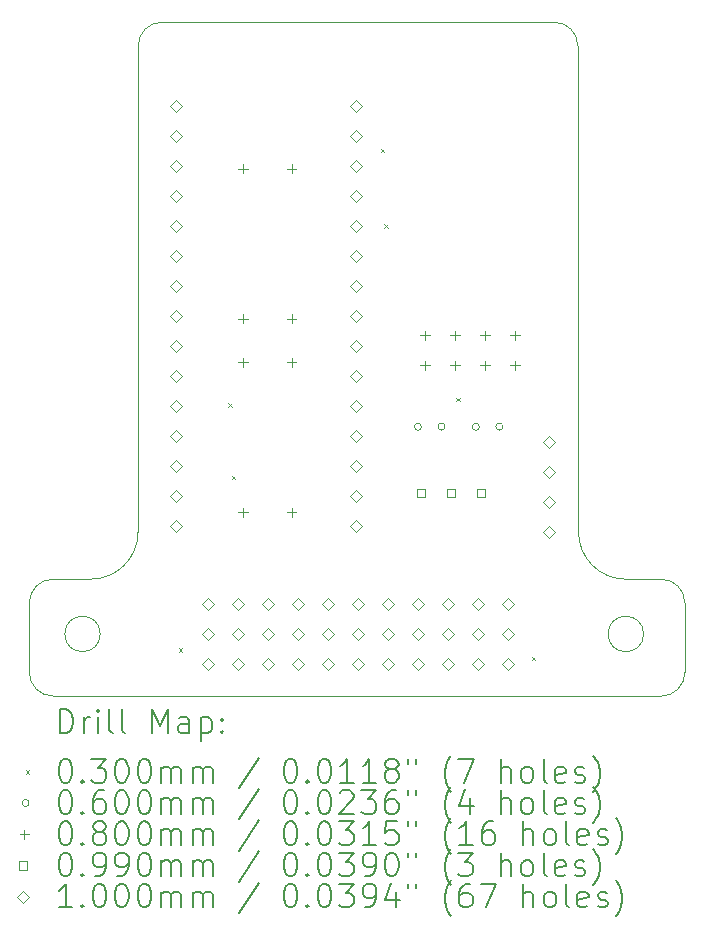
<source format=gbr>
%TF.GenerationSoftware,KiCad,Pcbnew,8.0.1*%
%TF.CreationDate,2024-05-08T13:57:29+07:00*%
%TF.ProjectId,Arduino_RC_Transceiver_DIY_2.0.0,41726475-696e-46f5-9f52-435f5472616e,rev?*%
%TF.SameCoordinates,Original*%
%TF.FileFunction,Drillmap*%
%TF.FilePolarity,Positive*%
%FSLAX45Y45*%
G04 Gerber Fmt 4.5, Leading zero omitted, Abs format (unit mm)*
G04 Created by KiCad (PCBNEW 8.0.1) date 2024-05-08 13:57:29*
%MOMM*%
%LPD*%
G01*
G04 APERTURE LIST*
%ADD10C,0.050000*%
%ADD11C,0.038100*%
%ADD12C,0.100000*%
%ADD13C,0.200000*%
G04 APERTURE END LIST*
D10*
X14380177Y-11380177D02*
G75*
G02*
X13980177Y-11779997I-399997J177D01*
G01*
X18509469Y-11780000D02*
G75*
G02*
X18109470Y-11380531I1J400000D01*
G01*
D11*
X13660000Y-11780000D02*
X13980177Y-11780000D01*
X18810000Y-11780000D02*
X18509469Y-11780000D01*
X13460000Y-12570000D02*
X13460000Y-11980000D01*
X18810000Y-12770000D02*
X13660000Y-12770000D01*
X19010000Y-11980000D02*
X19010000Y-12570000D01*
X13660000Y-12770000D02*
G75*
G02*
X13460000Y-12570000I0J200000D01*
G01*
X19010000Y-12570000D02*
G75*
G02*
X18810000Y-12770000I-200000J0D01*
G01*
X13460000Y-11980000D02*
G75*
G02*
X13660000Y-11780000I200000J0D01*
G01*
X18810000Y-11780000D02*
G75*
G02*
X19010000Y-11980000I0J-200000D01*
G01*
D10*
X14582000Y-7064000D02*
X17904000Y-7064000D01*
X14380177Y-11380177D02*
X14382000Y-7264000D01*
X18104000Y-7264000D02*
X18109469Y-11380531D01*
X14382000Y-7264000D02*
G75*
G02*
X14582000Y-7064000I200000J0D01*
G01*
X17904000Y-7064000D02*
G75*
G02*
X18104000Y-7264000I0J-200000D01*
G01*
D12*
X14060000Y-12244000D02*
G75*
G02*
X13760000Y-12244000I-150000J0D01*
G01*
X13760000Y-12244000D02*
G75*
G02*
X14060000Y-12244000I150000J0D01*
G01*
X18660000Y-12244000D02*
G75*
G02*
X18360000Y-12244000I-150000J0D01*
G01*
X18360000Y-12244000D02*
G75*
G02*
X18660000Y-12244000I150000J0D01*
G01*
D13*
D12*
X14725000Y-12365000D02*
X14755000Y-12395000D01*
X14755000Y-12365000D02*
X14725000Y-12395000D01*
X15142500Y-10292500D02*
X15172500Y-10322500D01*
X15172500Y-10292500D02*
X15142500Y-10322500D01*
X15175000Y-10905000D02*
X15205000Y-10935000D01*
X15205000Y-10905000D02*
X15175000Y-10935000D01*
X16435000Y-8135000D02*
X16465000Y-8165000D01*
X16465000Y-8135000D02*
X16435000Y-8165000D01*
X16465000Y-8773000D02*
X16495000Y-8803000D01*
X16495000Y-8773000D02*
X16465000Y-8803000D01*
X17075000Y-10245000D02*
X17105000Y-10275000D01*
X17105000Y-10245000D02*
X17075000Y-10275000D01*
X17715000Y-12435000D02*
X17745000Y-12465000D01*
X17745000Y-12435000D02*
X17715000Y-12465000D01*
X16780000Y-10490000D02*
G75*
G02*
X16720000Y-10490000I-30000J0D01*
G01*
X16720000Y-10490000D02*
G75*
G02*
X16780000Y-10490000I30000J0D01*
G01*
X16980000Y-10490000D02*
G75*
G02*
X16920000Y-10490000I-30000J0D01*
G01*
X16920000Y-10490000D02*
G75*
G02*
X16980000Y-10490000I30000J0D01*
G01*
X17270000Y-10490000D02*
G75*
G02*
X17210000Y-10490000I-30000J0D01*
G01*
X17210000Y-10490000D02*
G75*
G02*
X17270000Y-10490000I30000J0D01*
G01*
X17470000Y-10490000D02*
G75*
G02*
X17410000Y-10490000I-30000J0D01*
G01*
X17410000Y-10490000D02*
G75*
G02*
X17470000Y-10490000I30000J0D01*
G01*
X15270000Y-8265000D02*
X15270000Y-8345000D01*
X15230000Y-8305000D02*
X15310000Y-8305000D01*
X15270000Y-9535000D02*
X15270000Y-9615000D01*
X15230000Y-9575000D02*
X15310000Y-9575000D01*
X15270000Y-9905000D02*
X15270000Y-9985000D01*
X15230000Y-9945000D02*
X15310000Y-9945000D01*
X15270000Y-11175000D02*
X15270000Y-11255000D01*
X15230000Y-11215000D02*
X15310000Y-11215000D01*
X15680000Y-8265000D02*
X15680000Y-8345000D01*
X15640000Y-8305000D02*
X15720000Y-8305000D01*
X15680000Y-9535000D02*
X15680000Y-9615000D01*
X15640000Y-9575000D02*
X15720000Y-9575000D01*
X15680000Y-9905000D02*
X15680000Y-9985000D01*
X15640000Y-9945000D02*
X15720000Y-9945000D01*
X15680000Y-11175000D02*
X15680000Y-11255000D01*
X15640000Y-11215000D02*
X15720000Y-11215000D01*
X16809000Y-9675500D02*
X16809000Y-9755500D01*
X16769000Y-9715500D02*
X16849000Y-9715500D01*
X16809000Y-9929500D02*
X16809000Y-10009500D01*
X16769000Y-9969500D02*
X16849000Y-9969500D01*
X17063000Y-9675500D02*
X17063000Y-9755500D01*
X17023000Y-9715500D02*
X17103000Y-9715500D01*
X17063000Y-9929500D02*
X17063000Y-10009500D01*
X17023000Y-9969500D02*
X17103000Y-9969500D01*
X17317000Y-9675500D02*
X17317000Y-9755500D01*
X17277000Y-9715500D02*
X17357000Y-9715500D01*
X17317000Y-9929500D02*
X17317000Y-10009500D01*
X17277000Y-9969500D02*
X17357000Y-9969500D01*
X17571000Y-9675500D02*
X17571000Y-9755500D01*
X17531000Y-9715500D02*
X17611000Y-9715500D01*
X17571000Y-9929500D02*
X17571000Y-10009500D01*
X17531000Y-9969500D02*
X17611000Y-9969500D01*
X16811002Y-11085002D02*
X16811002Y-11014998D01*
X16740998Y-11014998D01*
X16740998Y-11085002D01*
X16811002Y-11085002D01*
X17065002Y-11085002D02*
X17065002Y-11014998D01*
X16994998Y-11014998D01*
X16994998Y-11085002D01*
X17065002Y-11085002D01*
X17319002Y-11085002D02*
X17319002Y-11014998D01*
X17248998Y-11014998D01*
X17248998Y-11085002D01*
X17319002Y-11085002D01*
X14698750Y-7822000D02*
X14748750Y-7772000D01*
X14698750Y-7722000D01*
X14648750Y-7772000D01*
X14698750Y-7822000D01*
X14698750Y-8076000D02*
X14748750Y-8026000D01*
X14698750Y-7976000D01*
X14648750Y-8026000D01*
X14698750Y-8076000D01*
X14698750Y-8330000D02*
X14748750Y-8280000D01*
X14698750Y-8230000D01*
X14648750Y-8280000D01*
X14698750Y-8330000D01*
X14698750Y-8584000D02*
X14748750Y-8534000D01*
X14698750Y-8484000D01*
X14648750Y-8534000D01*
X14698750Y-8584000D01*
X14698750Y-8838000D02*
X14748750Y-8788000D01*
X14698750Y-8738000D01*
X14648750Y-8788000D01*
X14698750Y-8838000D01*
X14698750Y-9092000D02*
X14748750Y-9042000D01*
X14698750Y-8992000D01*
X14648750Y-9042000D01*
X14698750Y-9092000D01*
X14698750Y-9346000D02*
X14748750Y-9296000D01*
X14698750Y-9246000D01*
X14648750Y-9296000D01*
X14698750Y-9346000D01*
X14698750Y-9600000D02*
X14748750Y-9550000D01*
X14698750Y-9500000D01*
X14648750Y-9550000D01*
X14698750Y-9600000D01*
X14698750Y-9854000D02*
X14748750Y-9804000D01*
X14698750Y-9754000D01*
X14648750Y-9804000D01*
X14698750Y-9854000D01*
X14698750Y-10108000D02*
X14748750Y-10058000D01*
X14698750Y-10008000D01*
X14648750Y-10058000D01*
X14698750Y-10108000D01*
X14698750Y-10362000D02*
X14748750Y-10312000D01*
X14698750Y-10262000D01*
X14648750Y-10312000D01*
X14698750Y-10362000D01*
X14698750Y-10616000D02*
X14748750Y-10566000D01*
X14698750Y-10516000D01*
X14648750Y-10566000D01*
X14698750Y-10616000D01*
X14698750Y-10870000D02*
X14748750Y-10820000D01*
X14698750Y-10770000D01*
X14648750Y-10820000D01*
X14698750Y-10870000D01*
X14698750Y-11124000D02*
X14748750Y-11074000D01*
X14698750Y-11024000D01*
X14648750Y-11074000D01*
X14698750Y-11124000D01*
X14698750Y-11378000D02*
X14748750Y-11328000D01*
X14698750Y-11278000D01*
X14648750Y-11328000D01*
X14698750Y-11378000D01*
X14973000Y-12040000D02*
X15023000Y-11990000D01*
X14973000Y-11940000D01*
X14923000Y-11990000D01*
X14973000Y-12040000D01*
X14973000Y-12294000D02*
X15023000Y-12244000D01*
X14973000Y-12194000D01*
X14923000Y-12244000D01*
X14973000Y-12294000D01*
X14973000Y-12548000D02*
X15023000Y-12498000D01*
X14973000Y-12448000D01*
X14923000Y-12498000D01*
X14973000Y-12548000D01*
X15227000Y-12040000D02*
X15277000Y-11990000D01*
X15227000Y-11940000D01*
X15177000Y-11990000D01*
X15227000Y-12040000D01*
X15227000Y-12294000D02*
X15277000Y-12244000D01*
X15227000Y-12194000D01*
X15177000Y-12244000D01*
X15227000Y-12294000D01*
X15227000Y-12548000D02*
X15277000Y-12498000D01*
X15227000Y-12448000D01*
X15177000Y-12498000D01*
X15227000Y-12548000D01*
X15481000Y-12040000D02*
X15531000Y-11990000D01*
X15481000Y-11940000D01*
X15431000Y-11990000D01*
X15481000Y-12040000D01*
X15481000Y-12294000D02*
X15531000Y-12244000D01*
X15481000Y-12194000D01*
X15431000Y-12244000D01*
X15481000Y-12294000D01*
X15481000Y-12548000D02*
X15531000Y-12498000D01*
X15481000Y-12448000D01*
X15431000Y-12498000D01*
X15481000Y-12548000D01*
X15735000Y-12040000D02*
X15785000Y-11990000D01*
X15735000Y-11940000D01*
X15685000Y-11990000D01*
X15735000Y-12040000D01*
X15735000Y-12294000D02*
X15785000Y-12244000D01*
X15735000Y-12194000D01*
X15685000Y-12244000D01*
X15735000Y-12294000D01*
X15735000Y-12548000D02*
X15785000Y-12498000D01*
X15735000Y-12448000D01*
X15685000Y-12498000D01*
X15735000Y-12548000D01*
X15989000Y-12040000D02*
X16039000Y-11990000D01*
X15989000Y-11940000D01*
X15939000Y-11990000D01*
X15989000Y-12040000D01*
X15989000Y-12294000D02*
X16039000Y-12244000D01*
X15989000Y-12194000D01*
X15939000Y-12244000D01*
X15989000Y-12294000D01*
X15989000Y-12548000D02*
X16039000Y-12498000D01*
X15989000Y-12448000D01*
X15939000Y-12498000D01*
X15989000Y-12548000D01*
X16222750Y-7822000D02*
X16272750Y-7772000D01*
X16222750Y-7722000D01*
X16172750Y-7772000D01*
X16222750Y-7822000D01*
X16222750Y-8076000D02*
X16272750Y-8026000D01*
X16222750Y-7976000D01*
X16172750Y-8026000D01*
X16222750Y-8076000D01*
X16222750Y-8330000D02*
X16272750Y-8280000D01*
X16222750Y-8230000D01*
X16172750Y-8280000D01*
X16222750Y-8330000D01*
X16222750Y-8584000D02*
X16272750Y-8534000D01*
X16222750Y-8484000D01*
X16172750Y-8534000D01*
X16222750Y-8584000D01*
X16222750Y-8838000D02*
X16272750Y-8788000D01*
X16222750Y-8738000D01*
X16172750Y-8788000D01*
X16222750Y-8838000D01*
X16222750Y-9092000D02*
X16272750Y-9042000D01*
X16222750Y-8992000D01*
X16172750Y-9042000D01*
X16222750Y-9092000D01*
X16222750Y-9346000D02*
X16272750Y-9296000D01*
X16222750Y-9246000D01*
X16172750Y-9296000D01*
X16222750Y-9346000D01*
X16222750Y-9600000D02*
X16272750Y-9550000D01*
X16222750Y-9500000D01*
X16172750Y-9550000D01*
X16222750Y-9600000D01*
X16222750Y-9854000D02*
X16272750Y-9804000D01*
X16222750Y-9754000D01*
X16172750Y-9804000D01*
X16222750Y-9854000D01*
X16222750Y-10108000D02*
X16272750Y-10058000D01*
X16222750Y-10008000D01*
X16172750Y-10058000D01*
X16222750Y-10108000D01*
X16222750Y-10362000D02*
X16272750Y-10312000D01*
X16222750Y-10262000D01*
X16172750Y-10312000D01*
X16222750Y-10362000D01*
X16222750Y-10616000D02*
X16272750Y-10566000D01*
X16222750Y-10516000D01*
X16172750Y-10566000D01*
X16222750Y-10616000D01*
X16222750Y-10870000D02*
X16272750Y-10820000D01*
X16222750Y-10770000D01*
X16172750Y-10820000D01*
X16222750Y-10870000D01*
X16222750Y-11124000D02*
X16272750Y-11074000D01*
X16222750Y-11024000D01*
X16172750Y-11074000D01*
X16222750Y-11124000D01*
X16222750Y-11378000D02*
X16272750Y-11328000D01*
X16222750Y-11278000D01*
X16172750Y-11328000D01*
X16222750Y-11378000D01*
X16243000Y-12040000D02*
X16293000Y-11990000D01*
X16243000Y-11940000D01*
X16193000Y-11990000D01*
X16243000Y-12040000D01*
X16243000Y-12294000D02*
X16293000Y-12244000D01*
X16243000Y-12194000D01*
X16193000Y-12244000D01*
X16243000Y-12294000D01*
X16243000Y-12548000D02*
X16293000Y-12498000D01*
X16243000Y-12448000D01*
X16193000Y-12498000D01*
X16243000Y-12548000D01*
X16497000Y-12040000D02*
X16547000Y-11990000D01*
X16497000Y-11940000D01*
X16447000Y-11990000D01*
X16497000Y-12040000D01*
X16497000Y-12294000D02*
X16547000Y-12244000D01*
X16497000Y-12194000D01*
X16447000Y-12244000D01*
X16497000Y-12294000D01*
X16497000Y-12548000D02*
X16547000Y-12498000D01*
X16497000Y-12448000D01*
X16447000Y-12498000D01*
X16497000Y-12548000D01*
X16751000Y-12040000D02*
X16801000Y-11990000D01*
X16751000Y-11940000D01*
X16701000Y-11990000D01*
X16751000Y-12040000D01*
X16751000Y-12294000D02*
X16801000Y-12244000D01*
X16751000Y-12194000D01*
X16701000Y-12244000D01*
X16751000Y-12294000D01*
X16751000Y-12548000D02*
X16801000Y-12498000D01*
X16751000Y-12448000D01*
X16701000Y-12498000D01*
X16751000Y-12548000D01*
X17005000Y-12040000D02*
X17055000Y-11990000D01*
X17005000Y-11940000D01*
X16955000Y-11990000D01*
X17005000Y-12040000D01*
X17005000Y-12294000D02*
X17055000Y-12244000D01*
X17005000Y-12194000D01*
X16955000Y-12244000D01*
X17005000Y-12294000D01*
X17005000Y-12548000D02*
X17055000Y-12498000D01*
X17005000Y-12448000D01*
X16955000Y-12498000D01*
X17005000Y-12548000D01*
X17259000Y-12040000D02*
X17309000Y-11990000D01*
X17259000Y-11940000D01*
X17209000Y-11990000D01*
X17259000Y-12040000D01*
X17259000Y-12294000D02*
X17309000Y-12244000D01*
X17259000Y-12194000D01*
X17209000Y-12244000D01*
X17259000Y-12294000D01*
X17259000Y-12548000D02*
X17309000Y-12498000D01*
X17259000Y-12448000D01*
X17209000Y-12498000D01*
X17259000Y-12548000D01*
X17513000Y-12040000D02*
X17563000Y-11990000D01*
X17513000Y-11940000D01*
X17463000Y-11990000D01*
X17513000Y-12040000D01*
X17513000Y-12294000D02*
X17563000Y-12244000D01*
X17513000Y-12194000D01*
X17463000Y-12244000D01*
X17513000Y-12294000D01*
X17513000Y-12548000D02*
X17563000Y-12498000D01*
X17513000Y-12448000D01*
X17463000Y-12498000D01*
X17513000Y-12548000D01*
X17860000Y-10670000D02*
X17910000Y-10620000D01*
X17860000Y-10570000D01*
X17810000Y-10620000D01*
X17860000Y-10670000D01*
X17860000Y-10924000D02*
X17910000Y-10874000D01*
X17860000Y-10824000D01*
X17810000Y-10874000D01*
X17860000Y-10924000D01*
X17860000Y-11178000D02*
X17910000Y-11128000D01*
X17860000Y-11078000D01*
X17810000Y-11128000D01*
X17860000Y-11178000D01*
X17860000Y-11432000D02*
X17910000Y-11382000D01*
X17860000Y-11332000D01*
X17810000Y-11382000D01*
X17860000Y-11432000D01*
D13*
X13718872Y-13083389D02*
X13718872Y-12883389D01*
X13718872Y-12883389D02*
X13766491Y-12883389D01*
X13766491Y-12883389D02*
X13795062Y-12892913D01*
X13795062Y-12892913D02*
X13814110Y-12911960D01*
X13814110Y-12911960D02*
X13823634Y-12931008D01*
X13823634Y-12931008D02*
X13833157Y-12969103D01*
X13833157Y-12969103D02*
X13833157Y-12997674D01*
X13833157Y-12997674D02*
X13823634Y-13035770D01*
X13823634Y-13035770D02*
X13814110Y-13054817D01*
X13814110Y-13054817D02*
X13795062Y-13073865D01*
X13795062Y-13073865D02*
X13766491Y-13083389D01*
X13766491Y-13083389D02*
X13718872Y-13083389D01*
X13918872Y-13083389D02*
X13918872Y-12950055D01*
X13918872Y-12988151D02*
X13928396Y-12969103D01*
X13928396Y-12969103D02*
X13937919Y-12959579D01*
X13937919Y-12959579D02*
X13956967Y-12950055D01*
X13956967Y-12950055D02*
X13976015Y-12950055D01*
X14042681Y-13083389D02*
X14042681Y-12950055D01*
X14042681Y-12883389D02*
X14033157Y-12892913D01*
X14033157Y-12892913D02*
X14042681Y-12902436D01*
X14042681Y-12902436D02*
X14052205Y-12892913D01*
X14052205Y-12892913D02*
X14042681Y-12883389D01*
X14042681Y-12883389D02*
X14042681Y-12902436D01*
X14166491Y-13083389D02*
X14147443Y-13073865D01*
X14147443Y-13073865D02*
X14137919Y-13054817D01*
X14137919Y-13054817D02*
X14137919Y-12883389D01*
X14271253Y-13083389D02*
X14252205Y-13073865D01*
X14252205Y-13073865D02*
X14242681Y-13054817D01*
X14242681Y-13054817D02*
X14242681Y-12883389D01*
X14499824Y-13083389D02*
X14499824Y-12883389D01*
X14499824Y-12883389D02*
X14566491Y-13026246D01*
X14566491Y-13026246D02*
X14633157Y-12883389D01*
X14633157Y-12883389D02*
X14633157Y-13083389D01*
X14814110Y-13083389D02*
X14814110Y-12978627D01*
X14814110Y-12978627D02*
X14804586Y-12959579D01*
X14804586Y-12959579D02*
X14785538Y-12950055D01*
X14785538Y-12950055D02*
X14747443Y-12950055D01*
X14747443Y-12950055D02*
X14728396Y-12959579D01*
X14814110Y-13073865D02*
X14795062Y-13083389D01*
X14795062Y-13083389D02*
X14747443Y-13083389D01*
X14747443Y-13083389D02*
X14728396Y-13073865D01*
X14728396Y-13073865D02*
X14718872Y-13054817D01*
X14718872Y-13054817D02*
X14718872Y-13035770D01*
X14718872Y-13035770D02*
X14728396Y-13016722D01*
X14728396Y-13016722D02*
X14747443Y-13007198D01*
X14747443Y-13007198D02*
X14795062Y-13007198D01*
X14795062Y-13007198D02*
X14814110Y-12997674D01*
X14909348Y-12950055D02*
X14909348Y-13150055D01*
X14909348Y-12959579D02*
X14928396Y-12950055D01*
X14928396Y-12950055D02*
X14966491Y-12950055D01*
X14966491Y-12950055D02*
X14985538Y-12959579D01*
X14985538Y-12959579D02*
X14995062Y-12969103D01*
X14995062Y-12969103D02*
X15004586Y-12988151D01*
X15004586Y-12988151D02*
X15004586Y-13045293D01*
X15004586Y-13045293D02*
X14995062Y-13064341D01*
X14995062Y-13064341D02*
X14985538Y-13073865D01*
X14985538Y-13073865D02*
X14966491Y-13083389D01*
X14966491Y-13083389D02*
X14928396Y-13083389D01*
X14928396Y-13083389D02*
X14909348Y-13073865D01*
X15090300Y-13064341D02*
X15099824Y-13073865D01*
X15099824Y-13073865D02*
X15090300Y-13083389D01*
X15090300Y-13083389D02*
X15080777Y-13073865D01*
X15080777Y-13073865D02*
X15090300Y-13064341D01*
X15090300Y-13064341D02*
X15090300Y-13083389D01*
X15090300Y-12959579D02*
X15099824Y-12969103D01*
X15099824Y-12969103D02*
X15090300Y-12978627D01*
X15090300Y-12978627D02*
X15080777Y-12969103D01*
X15080777Y-12969103D02*
X15090300Y-12959579D01*
X15090300Y-12959579D02*
X15090300Y-12978627D01*
D12*
X13428095Y-13396905D02*
X13458095Y-13426905D01*
X13458095Y-13396905D02*
X13428095Y-13426905D01*
D13*
X13756967Y-13303389D02*
X13776015Y-13303389D01*
X13776015Y-13303389D02*
X13795062Y-13312913D01*
X13795062Y-13312913D02*
X13804586Y-13322436D01*
X13804586Y-13322436D02*
X13814110Y-13341484D01*
X13814110Y-13341484D02*
X13823634Y-13379579D01*
X13823634Y-13379579D02*
X13823634Y-13427198D01*
X13823634Y-13427198D02*
X13814110Y-13465293D01*
X13814110Y-13465293D02*
X13804586Y-13484341D01*
X13804586Y-13484341D02*
X13795062Y-13493865D01*
X13795062Y-13493865D02*
X13776015Y-13503389D01*
X13776015Y-13503389D02*
X13756967Y-13503389D01*
X13756967Y-13503389D02*
X13737919Y-13493865D01*
X13737919Y-13493865D02*
X13728396Y-13484341D01*
X13728396Y-13484341D02*
X13718872Y-13465293D01*
X13718872Y-13465293D02*
X13709348Y-13427198D01*
X13709348Y-13427198D02*
X13709348Y-13379579D01*
X13709348Y-13379579D02*
X13718872Y-13341484D01*
X13718872Y-13341484D02*
X13728396Y-13322436D01*
X13728396Y-13322436D02*
X13737919Y-13312913D01*
X13737919Y-13312913D02*
X13756967Y-13303389D01*
X13909348Y-13484341D02*
X13918872Y-13493865D01*
X13918872Y-13493865D02*
X13909348Y-13503389D01*
X13909348Y-13503389D02*
X13899824Y-13493865D01*
X13899824Y-13493865D02*
X13909348Y-13484341D01*
X13909348Y-13484341D02*
X13909348Y-13503389D01*
X13985538Y-13303389D02*
X14109348Y-13303389D01*
X14109348Y-13303389D02*
X14042681Y-13379579D01*
X14042681Y-13379579D02*
X14071253Y-13379579D01*
X14071253Y-13379579D02*
X14090300Y-13389103D01*
X14090300Y-13389103D02*
X14099824Y-13398627D01*
X14099824Y-13398627D02*
X14109348Y-13417674D01*
X14109348Y-13417674D02*
X14109348Y-13465293D01*
X14109348Y-13465293D02*
X14099824Y-13484341D01*
X14099824Y-13484341D02*
X14090300Y-13493865D01*
X14090300Y-13493865D02*
X14071253Y-13503389D01*
X14071253Y-13503389D02*
X14014110Y-13503389D01*
X14014110Y-13503389D02*
X13995062Y-13493865D01*
X13995062Y-13493865D02*
X13985538Y-13484341D01*
X14233157Y-13303389D02*
X14252205Y-13303389D01*
X14252205Y-13303389D02*
X14271253Y-13312913D01*
X14271253Y-13312913D02*
X14280777Y-13322436D01*
X14280777Y-13322436D02*
X14290300Y-13341484D01*
X14290300Y-13341484D02*
X14299824Y-13379579D01*
X14299824Y-13379579D02*
X14299824Y-13427198D01*
X14299824Y-13427198D02*
X14290300Y-13465293D01*
X14290300Y-13465293D02*
X14280777Y-13484341D01*
X14280777Y-13484341D02*
X14271253Y-13493865D01*
X14271253Y-13493865D02*
X14252205Y-13503389D01*
X14252205Y-13503389D02*
X14233157Y-13503389D01*
X14233157Y-13503389D02*
X14214110Y-13493865D01*
X14214110Y-13493865D02*
X14204586Y-13484341D01*
X14204586Y-13484341D02*
X14195062Y-13465293D01*
X14195062Y-13465293D02*
X14185538Y-13427198D01*
X14185538Y-13427198D02*
X14185538Y-13379579D01*
X14185538Y-13379579D02*
X14195062Y-13341484D01*
X14195062Y-13341484D02*
X14204586Y-13322436D01*
X14204586Y-13322436D02*
X14214110Y-13312913D01*
X14214110Y-13312913D02*
X14233157Y-13303389D01*
X14423634Y-13303389D02*
X14442681Y-13303389D01*
X14442681Y-13303389D02*
X14461729Y-13312913D01*
X14461729Y-13312913D02*
X14471253Y-13322436D01*
X14471253Y-13322436D02*
X14480777Y-13341484D01*
X14480777Y-13341484D02*
X14490300Y-13379579D01*
X14490300Y-13379579D02*
X14490300Y-13427198D01*
X14490300Y-13427198D02*
X14480777Y-13465293D01*
X14480777Y-13465293D02*
X14471253Y-13484341D01*
X14471253Y-13484341D02*
X14461729Y-13493865D01*
X14461729Y-13493865D02*
X14442681Y-13503389D01*
X14442681Y-13503389D02*
X14423634Y-13503389D01*
X14423634Y-13503389D02*
X14404586Y-13493865D01*
X14404586Y-13493865D02*
X14395062Y-13484341D01*
X14395062Y-13484341D02*
X14385538Y-13465293D01*
X14385538Y-13465293D02*
X14376015Y-13427198D01*
X14376015Y-13427198D02*
X14376015Y-13379579D01*
X14376015Y-13379579D02*
X14385538Y-13341484D01*
X14385538Y-13341484D02*
X14395062Y-13322436D01*
X14395062Y-13322436D02*
X14404586Y-13312913D01*
X14404586Y-13312913D02*
X14423634Y-13303389D01*
X14576015Y-13503389D02*
X14576015Y-13370055D01*
X14576015Y-13389103D02*
X14585538Y-13379579D01*
X14585538Y-13379579D02*
X14604586Y-13370055D01*
X14604586Y-13370055D02*
X14633158Y-13370055D01*
X14633158Y-13370055D02*
X14652205Y-13379579D01*
X14652205Y-13379579D02*
X14661729Y-13398627D01*
X14661729Y-13398627D02*
X14661729Y-13503389D01*
X14661729Y-13398627D02*
X14671253Y-13379579D01*
X14671253Y-13379579D02*
X14690300Y-13370055D01*
X14690300Y-13370055D02*
X14718872Y-13370055D01*
X14718872Y-13370055D02*
X14737919Y-13379579D01*
X14737919Y-13379579D02*
X14747443Y-13398627D01*
X14747443Y-13398627D02*
X14747443Y-13503389D01*
X14842681Y-13503389D02*
X14842681Y-13370055D01*
X14842681Y-13389103D02*
X14852205Y-13379579D01*
X14852205Y-13379579D02*
X14871253Y-13370055D01*
X14871253Y-13370055D02*
X14899824Y-13370055D01*
X14899824Y-13370055D02*
X14918872Y-13379579D01*
X14918872Y-13379579D02*
X14928396Y-13398627D01*
X14928396Y-13398627D02*
X14928396Y-13503389D01*
X14928396Y-13398627D02*
X14937919Y-13379579D01*
X14937919Y-13379579D02*
X14956967Y-13370055D01*
X14956967Y-13370055D02*
X14985538Y-13370055D01*
X14985538Y-13370055D02*
X15004586Y-13379579D01*
X15004586Y-13379579D02*
X15014110Y-13398627D01*
X15014110Y-13398627D02*
X15014110Y-13503389D01*
X15404586Y-13293865D02*
X15233158Y-13551008D01*
X15661729Y-13303389D02*
X15680777Y-13303389D01*
X15680777Y-13303389D02*
X15699824Y-13312913D01*
X15699824Y-13312913D02*
X15709348Y-13322436D01*
X15709348Y-13322436D02*
X15718872Y-13341484D01*
X15718872Y-13341484D02*
X15728396Y-13379579D01*
X15728396Y-13379579D02*
X15728396Y-13427198D01*
X15728396Y-13427198D02*
X15718872Y-13465293D01*
X15718872Y-13465293D02*
X15709348Y-13484341D01*
X15709348Y-13484341D02*
X15699824Y-13493865D01*
X15699824Y-13493865D02*
X15680777Y-13503389D01*
X15680777Y-13503389D02*
X15661729Y-13503389D01*
X15661729Y-13503389D02*
X15642681Y-13493865D01*
X15642681Y-13493865D02*
X15633158Y-13484341D01*
X15633158Y-13484341D02*
X15623634Y-13465293D01*
X15623634Y-13465293D02*
X15614110Y-13427198D01*
X15614110Y-13427198D02*
X15614110Y-13379579D01*
X15614110Y-13379579D02*
X15623634Y-13341484D01*
X15623634Y-13341484D02*
X15633158Y-13322436D01*
X15633158Y-13322436D02*
X15642681Y-13312913D01*
X15642681Y-13312913D02*
X15661729Y-13303389D01*
X15814110Y-13484341D02*
X15823634Y-13493865D01*
X15823634Y-13493865D02*
X15814110Y-13503389D01*
X15814110Y-13503389D02*
X15804586Y-13493865D01*
X15804586Y-13493865D02*
X15814110Y-13484341D01*
X15814110Y-13484341D02*
X15814110Y-13503389D01*
X15947443Y-13303389D02*
X15966491Y-13303389D01*
X15966491Y-13303389D02*
X15985539Y-13312913D01*
X15985539Y-13312913D02*
X15995062Y-13322436D01*
X15995062Y-13322436D02*
X16004586Y-13341484D01*
X16004586Y-13341484D02*
X16014110Y-13379579D01*
X16014110Y-13379579D02*
X16014110Y-13427198D01*
X16014110Y-13427198D02*
X16004586Y-13465293D01*
X16004586Y-13465293D02*
X15995062Y-13484341D01*
X15995062Y-13484341D02*
X15985539Y-13493865D01*
X15985539Y-13493865D02*
X15966491Y-13503389D01*
X15966491Y-13503389D02*
X15947443Y-13503389D01*
X15947443Y-13503389D02*
X15928396Y-13493865D01*
X15928396Y-13493865D02*
X15918872Y-13484341D01*
X15918872Y-13484341D02*
X15909348Y-13465293D01*
X15909348Y-13465293D02*
X15899824Y-13427198D01*
X15899824Y-13427198D02*
X15899824Y-13379579D01*
X15899824Y-13379579D02*
X15909348Y-13341484D01*
X15909348Y-13341484D02*
X15918872Y-13322436D01*
X15918872Y-13322436D02*
X15928396Y-13312913D01*
X15928396Y-13312913D02*
X15947443Y-13303389D01*
X16204586Y-13503389D02*
X16090301Y-13503389D01*
X16147443Y-13503389D02*
X16147443Y-13303389D01*
X16147443Y-13303389D02*
X16128396Y-13331960D01*
X16128396Y-13331960D02*
X16109348Y-13351008D01*
X16109348Y-13351008D02*
X16090301Y-13360532D01*
X16395062Y-13503389D02*
X16280777Y-13503389D01*
X16337920Y-13503389D02*
X16337920Y-13303389D01*
X16337920Y-13303389D02*
X16318872Y-13331960D01*
X16318872Y-13331960D02*
X16299824Y-13351008D01*
X16299824Y-13351008D02*
X16280777Y-13360532D01*
X16509348Y-13389103D02*
X16490301Y-13379579D01*
X16490301Y-13379579D02*
X16480777Y-13370055D01*
X16480777Y-13370055D02*
X16471253Y-13351008D01*
X16471253Y-13351008D02*
X16471253Y-13341484D01*
X16471253Y-13341484D02*
X16480777Y-13322436D01*
X16480777Y-13322436D02*
X16490301Y-13312913D01*
X16490301Y-13312913D02*
X16509348Y-13303389D01*
X16509348Y-13303389D02*
X16547443Y-13303389D01*
X16547443Y-13303389D02*
X16566491Y-13312913D01*
X16566491Y-13312913D02*
X16576015Y-13322436D01*
X16576015Y-13322436D02*
X16585539Y-13341484D01*
X16585539Y-13341484D02*
X16585539Y-13351008D01*
X16585539Y-13351008D02*
X16576015Y-13370055D01*
X16576015Y-13370055D02*
X16566491Y-13379579D01*
X16566491Y-13379579D02*
X16547443Y-13389103D01*
X16547443Y-13389103D02*
X16509348Y-13389103D01*
X16509348Y-13389103D02*
X16490301Y-13398627D01*
X16490301Y-13398627D02*
X16480777Y-13408151D01*
X16480777Y-13408151D02*
X16471253Y-13427198D01*
X16471253Y-13427198D02*
X16471253Y-13465293D01*
X16471253Y-13465293D02*
X16480777Y-13484341D01*
X16480777Y-13484341D02*
X16490301Y-13493865D01*
X16490301Y-13493865D02*
X16509348Y-13503389D01*
X16509348Y-13503389D02*
X16547443Y-13503389D01*
X16547443Y-13503389D02*
X16566491Y-13493865D01*
X16566491Y-13493865D02*
X16576015Y-13484341D01*
X16576015Y-13484341D02*
X16585539Y-13465293D01*
X16585539Y-13465293D02*
X16585539Y-13427198D01*
X16585539Y-13427198D02*
X16576015Y-13408151D01*
X16576015Y-13408151D02*
X16566491Y-13398627D01*
X16566491Y-13398627D02*
X16547443Y-13389103D01*
X16661729Y-13303389D02*
X16661729Y-13341484D01*
X16737920Y-13303389D02*
X16737920Y-13341484D01*
X17033158Y-13579579D02*
X17023634Y-13570055D01*
X17023634Y-13570055D02*
X17004586Y-13541484D01*
X17004586Y-13541484D02*
X16995063Y-13522436D01*
X16995063Y-13522436D02*
X16985539Y-13493865D01*
X16985539Y-13493865D02*
X16976015Y-13446246D01*
X16976015Y-13446246D02*
X16976015Y-13408151D01*
X16976015Y-13408151D02*
X16985539Y-13360532D01*
X16985539Y-13360532D02*
X16995063Y-13331960D01*
X16995063Y-13331960D02*
X17004586Y-13312913D01*
X17004586Y-13312913D02*
X17023634Y-13284341D01*
X17023634Y-13284341D02*
X17033158Y-13274817D01*
X17090301Y-13303389D02*
X17223634Y-13303389D01*
X17223634Y-13303389D02*
X17137920Y-13503389D01*
X17452206Y-13503389D02*
X17452206Y-13303389D01*
X17537920Y-13503389D02*
X17537920Y-13398627D01*
X17537920Y-13398627D02*
X17528396Y-13379579D01*
X17528396Y-13379579D02*
X17509348Y-13370055D01*
X17509348Y-13370055D02*
X17480777Y-13370055D01*
X17480777Y-13370055D02*
X17461729Y-13379579D01*
X17461729Y-13379579D02*
X17452206Y-13389103D01*
X17661729Y-13503389D02*
X17642682Y-13493865D01*
X17642682Y-13493865D02*
X17633158Y-13484341D01*
X17633158Y-13484341D02*
X17623634Y-13465293D01*
X17623634Y-13465293D02*
X17623634Y-13408151D01*
X17623634Y-13408151D02*
X17633158Y-13389103D01*
X17633158Y-13389103D02*
X17642682Y-13379579D01*
X17642682Y-13379579D02*
X17661729Y-13370055D01*
X17661729Y-13370055D02*
X17690301Y-13370055D01*
X17690301Y-13370055D02*
X17709348Y-13379579D01*
X17709348Y-13379579D02*
X17718872Y-13389103D01*
X17718872Y-13389103D02*
X17728396Y-13408151D01*
X17728396Y-13408151D02*
X17728396Y-13465293D01*
X17728396Y-13465293D02*
X17718872Y-13484341D01*
X17718872Y-13484341D02*
X17709348Y-13493865D01*
X17709348Y-13493865D02*
X17690301Y-13503389D01*
X17690301Y-13503389D02*
X17661729Y-13503389D01*
X17842682Y-13503389D02*
X17823634Y-13493865D01*
X17823634Y-13493865D02*
X17814110Y-13474817D01*
X17814110Y-13474817D02*
X17814110Y-13303389D01*
X17995063Y-13493865D02*
X17976015Y-13503389D01*
X17976015Y-13503389D02*
X17937920Y-13503389D01*
X17937920Y-13503389D02*
X17918872Y-13493865D01*
X17918872Y-13493865D02*
X17909348Y-13474817D01*
X17909348Y-13474817D02*
X17909348Y-13398627D01*
X17909348Y-13398627D02*
X17918872Y-13379579D01*
X17918872Y-13379579D02*
X17937920Y-13370055D01*
X17937920Y-13370055D02*
X17976015Y-13370055D01*
X17976015Y-13370055D02*
X17995063Y-13379579D01*
X17995063Y-13379579D02*
X18004587Y-13398627D01*
X18004587Y-13398627D02*
X18004587Y-13417674D01*
X18004587Y-13417674D02*
X17909348Y-13436722D01*
X18080777Y-13493865D02*
X18099825Y-13503389D01*
X18099825Y-13503389D02*
X18137920Y-13503389D01*
X18137920Y-13503389D02*
X18156968Y-13493865D01*
X18156968Y-13493865D02*
X18166491Y-13474817D01*
X18166491Y-13474817D02*
X18166491Y-13465293D01*
X18166491Y-13465293D02*
X18156968Y-13446246D01*
X18156968Y-13446246D02*
X18137920Y-13436722D01*
X18137920Y-13436722D02*
X18109348Y-13436722D01*
X18109348Y-13436722D02*
X18090301Y-13427198D01*
X18090301Y-13427198D02*
X18080777Y-13408151D01*
X18080777Y-13408151D02*
X18080777Y-13398627D01*
X18080777Y-13398627D02*
X18090301Y-13379579D01*
X18090301Y-13379579D02*
X18109348Y-13370055D01*
X18109348Y-13370055D02*
X18137920Y-13370055D01*
X18137920Y-13370055D02*
X18156968Y-13379579D01*
X18233158Y-13579579D02*
X18242682Y-13570055D01*
X18242682Y-13570055D02*
X18261729Y-13541484D01*
X18261729Y-13541484D02*
X18271253Y-13522436D01*
X18271253Y-13522436D02*
X18280777Y-13493865D01*
X18280777Y-13493865D02*
X18290301Y-13446246D01*
X18290301Y-13446246D02*
X18290301Y-13408151D01*
X18290301Y-13408151D02*
X18280777Y-13360532D01*
X18280777Y-13360532D02*
X18271253Y-13331960D01*
X18271253Y-13331960D02*
X18261729Y-13312913D01*
X18261729Y-13312913D02*
X18242682Y-13284341D01*
X18242682Y-13284341D02*
X18233158Y-13274817D01*
D12*
X13458095Y-13675905D02*
G75*
G02*
X13398095Y-13675905I-30000J0D01*
G01*
X13398095Y-13675905D02*
G75*
G02*
X13458095Y-13675905I30000J0D01*
G01*
D13*
X13756967Y-13567389D02*
X13776015Y-13567389D01*
X13776015Y-13567389D02*
X13795062Y-13576913D01*
X13795062Y-13576913D02*
X13804586Y-13586436D01*
X13804586Y-13586436D02*
X13814110Y-13605484D01*
X13814110Y-13605484D02*
X13823634Y-13643579D01*
X13823634Y-13643579D02*
X13823634Y-13691198D01*
X13823634Y-13691198D02*
X13814110Y-13729293D01*
X13814110Y-13729293D02*
X13804586Y-13748341D01*
X13804586Y-13748341D02*
X13795062Y-13757865D01*
X13795062Y-13757865D02*
X13776015Y-13767389D01*
X13776015Y-13767389D02*
X13756967Y-13767389D01*
X13756967Y-13767389D02*
X13737919Y-13757865D01*
X13737919Y-13757865D02*
X13728396Y-13748341D01*
X13728396Y-13748341D02*
X13718872Y-13729293D01*
X13718872Y-13729293D02*
X13709348Y-13691198D01*
X13709348Y-13691198D02*
X13709348Y-13643579D01*
X13709348Y-13643579D02*
X13718872Y-13605484D01*
X13718872Y-13605484D02*
X13728396Y-13586436D01*
X13728396Y-13586436D02*
X13737919Y-13576913D01*
X13737919Y-13576913D02*
X13756967Y-13567389D01*
X13909348Y-13748341D02*
X13918872Y-13757865D01*
X13918872Y-13757865D02*
X13909348Y-13767389D01*
X13909348Y-13767389D02*
X13899824Y-13757865D01*
X13899824Y-13757865D02*
X13909348Y-13748341D01*
X13909348Y-13748341D02*
X13909348Y-13767389D01*
X14090300Y-13567389D02*
X14052205Y-13567389D01*
X14052205Y-13567389D02*
X14033157Y-13576913D01*
X14033157Y-13576913D02*
X14023634Y-13586436D01*
X14023634Y-13586436D02*
X14004586Y-13615008D01*
X14004586Y-13615008D02*
X13995062Y-13653103D01*
X13995062Y-13653103D02*
X13995062Y-13729293D01*
X13995062Y-13729293D02*
X14004586Y-13748341D01*
X14004586Y-13748341D02*
X14014110Y-13757865D01*
X14014110Y-13757865D02*
X14033157Y-13767389D01*
X14033157Y-13767389D02*
X14071253Y-13767389D01*
X14071253Y-13767389D02*
X14090300Y-13757865D01*
X14090300Y-13757865D02*
X14099824Y-13748341D01*
X14099824Y-13748341D02*
X14109348Y-13729293D01*
X14109348Y-13729293D02*
X14109348Y-13681674D01*
X14109348Y-13681674D02*
X14099824Y-13662627D01*
X14099824Y-13662627D02*
X14090300Y-13653103D01*
X14090300Y-13653103D02*
X14071253Y-13643579D01*
X14071253Y-13643579D02*
X14033157Y-13643579D01*
X14033157Y-13643579D02*
X14014110Y-13653103D01*
X14014110Y-13653103D02*
X14004586Y-13662627D01*
X14004586Y-13662627D02*
X13995062Y-13681674D01*
X14233157Y-13567389D02*
X14252205Y-13567389D01*
X14252205Y-13567389D02*
X14271253Y-13576913D01*
X14271253Y-13576913D02*
X14280777Y-13586436D01*
X14280777Y-13586436D02*
X14290300Y-13605484D01*
X14290300Y-13605484D02*
X14299824Y-13643579D01*
X14299824Y-13643579D02*
X14299824Y-13691198D01*
X14299824Y-13691198D02*
X14290300Y-13729293D01*
X14290300Y-13729293D02*
X14280777Y-13748341D01*
X14280777Y-13748341D02*
X14271253Y-13757865D01*
X14271253Y-13757865D02*
X14252205Y-13767389D01*
X14252205Y-13767389D02*
X14233157Y-13767389D01*
X14233157Y-13767389D02*
X14214110Y-13757865D01*
X14214110Y-13757865D02*
X14204586Y-13748341D01*
X14204586Y-13748341D02*
X14195062Y-13729293D01*
X14195062Y-13729293D02*
X14185538Y-13691198D01*
X14185538Y-13691198D02*
X14185538Y-13643579D01*
X14185538Y-13643579D02*
X14195062Y-13605484D01*
X14195062Y-13605484D02*
X14204586Y-13586436D01*
X14204586Y-13586436D02*
X14214110Y-13576913D01*
X14214110Y-13576913D02*
X14233157Y-13567389D01*
X14423634Y-13567389D02*
X14442681Y-13567389D01*
X14442681Y-13567389D02*
X14461729Y-13576913D01*
X14461729Y-13576913D02*
X14471253Y-13586436D01*
X14471253Y-13586436D02*
X14480777Y-13605484D01*
X14480777Y-13605484D02*
X14490300Y-13643579D01*
X14490300Y-13643579D02*
X14490300Y-13691198D01*
X14490300Y-13691198D02*
X14480777Y-13729293D01*
X14480777Y-13729293D02*
X14471253Y-13748341D01*
X14471253Y-13748341D02*
X14461729Y-13757865D01*
X14461729Y-13757865D02*
X14442681Y-13767389D01*
X14442681Y-13767389D02*
X14423634Y-13767389D01*
X14423634Y-13767389D02*
X14404586Y-13757865D01*
X14404586Y-13757865D02*
X14395062Y-13748341D01*
X14395062Y-13748341D02*
X14385538Y-13729293D01*
X14385538Y-13729293D02*
X14376015Y-13691198D01*
X14376015Y-13691198D02*
X14376015Y-13643579D01*
X14376015Y-13643579D02*
X14385538Y-13605484D01*
X14385538Y-13605484D02*
X14395062Y-13586436D01*
X14395062Y-13586436D02*
X14404586Y-13576913D01*
X14404586Y-13576913D02*
X14423634Y-13567389D01*
X14576015Y-13767389D02*
X14576015Y-13634055D01*
X14576015Y-13653103D02*
X14585538Y-13643579D01*
X14585538Y-13643579D02*
X14604586Y-13634055D01*
X14604586Y-13634055D02*
X14633158Y-13634055D01*
X14633158Y-13634055D02*
X14652205Y-13643579D01*
X14652205Y-13643579D02*
X14661729Y-13662627D01*
X14661729Y-13662627D02*
X14661729Y-13767389D01*
X14661729Y-13662627D02*
X14671253Y-13643579D01*
X14671253Y-13643579D02*
X14690300Y-13634055D01*
X14690300Y-13634055D02*
X14718872Y-13634055D01*
X14718872Y-13634055D02*
X14737919Y-13643579D01*
X14737919Y-13643579D02*
X14747443Y-13662627D01*
X14747443Y-13662627D02*
X14747443Y-13767389D01*
X14842681Y-13767389D02*
X14842681Y-13634055D01*
X14842681Y-13653103D02*
X14852205Y-13643579D01*
X14852205Y-13643579D02*
X14871253Y-13634055D01*
X14871253Y-13634055D02*
X14899824Y-13634055D01*
X14899824Y-13634055D02*
X14918872Y-13643579D01*
X14918872Y-13643579D02*
X14928396Y-13662627D01*
X14928396Y-13662627D02*
X14928396Y-13767389D01*
X14928396Y-13662627D02*
X14937919Y-13643579D01*
X14937919Y-13643579D02*
X14956967Y-13634055D01*
X14956967Y-13634055D02*
X14985538Y-13634055D01*
X14985538Y-13634055D02*
X15004586Y-13643579D01*
X15004586Y-13643579D02*
X15014110Y-13662627D01*
X15014110Y-13662627D02*
X15014110Y-13767389D01*
X15404586Y-13557865D02*
X15233158Y-13815008D01*
X15661729Y-13567389D02*
X15680777Y-13567389D01*
X15680777Y-13567389D02*
X15699824Y-13576913D01*
X15699824Y-13576913D02*
X15709348Y-13586436D01*
X15709348Y-13586436D02*
X15718872Y-13605484D01*
X15718872Y-13605484D02*
X15728396Y-13643579D01*
X15728396Y-13643579D02*
X15728396Y-13691198D01*
X15728396Y-13691198D02*
X15718872Y-13729293D01*
X15718872Y-13729293D02*
X15709348Y-13748341D01*
X15709348Y-13748341D02*
X15699824Y-13757865D01*
X15699824Y-13757865D02*
X15680777Y-13767389D01*
X15680777Y-13767389D02*
X15661729Y-13767389D01*
X15661729Y-13767389D02*
X15642681Y-13757865D01*
X15642681Y-13757865D02*
X15633158Y-13748341D01*
X15633158Y-13748341D02*
X15623634Y-13729293D01*
X15623634Y-13729293D02*
X15614110Y-13691198D01*
X15614110Y-13691198D02*
X15614110Y-13643579D01*
X15614110Y-13643579D02*
X15623634Y-13605484D01*
X15623634Y-13605484D02*
X15633158Y-13586436D01*
X15633158Y-13586436D02*
X15642681Y-13576913D01*
X15642681Y-13576913D02*
X15661729Y-13567389D01*
X15814110Y-13748341D02*
X15823634Y-13757865D01*
X15823634Y-13757865D02*
X15814110Y-13767389D01*
X15814110Y-13767389D02*
X15804586Y-13757865D01*
X15804586Y-13757865D02*
X15814110Y-13748341D01*
X15814110Y-13748341D02*
X15814110Y-13767389D01*
X15947443Y-13567389D02*
X15966491Y-13567389D01*
X15966491Y-13567389D02*
X15985539Y-13576913D01*
X15985539Y-13576913D02*
X15995062Y-13586436D01*
X15995062Y-13586436D02*
X16004586Y-13605484D01*
X16004586Y-13605484D02*
X16014110Y-13643579D01*
X16014110Y-13643579D02*
X16014110Y-13691198D01*
X16014110Y-13691198D02*
X16004586Y-13729293D01*
X16004586Y-13729293D02*
X15995062Y-13748341D01*
X15995062Y-13748341D02*
X15985539Y-13757865D01*
X15985539Y-13757865D02*
X15966491Y-13767389D01*
X15966491Y-13767389D02*
X15947443Y-13767389D01*
X15947443Y-13767389D02*
X15928396Y-13757865D01*
X15928396Y-13757865D02*
X15918872Y-13748341D01*
X15918872Y-13748341D02*
X15909348Y-13729293D01*
X15909348Y-13729293D02*
X15899824Y-13691198D01*
X15899824Y-13691198D02*
X15899824Y-13643579D01*
X15899824Y-13643579D02*
X15909348Y-13605484D01*
X15909348Y-13605484D02*
X15918872Y-13586436D01*
X15918872Y-13586436D02*
X15928396Y-13576913D01*
X15928396Y-13576913D02*
X15947443Y-13567389D01*
X16090301Y-13586436D02*
X16099824Y-13576913D01*
X16099824Y-13576913D02*
X16118872Y-13567389D01*
X16118872Y-13567389D02*
X16166491Y-13567389D01*
X16166491Y-13567389D02*
X16185539Y-13576913D01*
X16185539Y-13576913D02*
X16195062Y-13586436D01*
X16195062Y-13586436D02*
X16204586Y-13605484D01*
X16204586Y-13605484D02*
X16204586Y-13624532D01*
X16204586Y-13624532D02*
X16195062Y-13653103D01*
X16195062Y-13653103D02*
X16080777Y-13767389D01*
X16080777Y-13767389D02*
X16204586Y-13767389D01*
X16271253Y-13567389D02*
X16395062Y-13567389D01*
X16395062Y-13567389D02*
X16328396Y-13643579D01*
X16328396Y-13643579D02*
X16356967Y-13643579D01*
X16356967Y-13643579D02*
X16376015Y-13653103D01*
X16376015Y-13653103D02*
X16385539Y-13662627D01*
X16385539Y-13662627D02*
X16395062Y-13681674D01*
X16395062Y-13681674D02*
X16395062Y-13729293D01*
X16395062Y-13729293D02*
X16385539Y-13748341D01*
X16385539Y-13748341D02*
X16376015Y-13757865D01*
X16376015Y-13757865D02*
X16356967Y-13767389D01*
X16356967Y-13767389D02*
X16299824Y-13767389D01*
X16299824Y-13767389D02*
X16280777Y-13757865D01*
X16280777Y-13757865D02*
X16271253Y-13748341D01*
X16566491Y-13567389D02*
X16528396Y-13567389D01*
X16528396Y-13567389D02*
X16509348Y-13576913D01*
X16509348Y-13576913D02*
X16499824Y-13586436D01*
X16499824Y-13586436D02*
X16480777Y-13615008D01*
X16480777Y-13615008D02*
X16471253Y-13653103D01*
X16471253Y-13653103D02*
X16471253Y-13729293D01*
X16471253Y-13729293D02*
X16480777Y-13748341D01*
X16480777Y-13748341D02*
X16490301Y-13757865D01*
X16490301Y-13757865D02*
X16509348Y-13767389D01*
X16509348Y-13767389D02*
X16547443Y-13767389D01*
X16547443Y-13767389D02*
X16566491Y-13757865D01*
X16566491Y-13757865D02*
X16576015Y-13748341D01*
X16576015Y-13748341D02*
X16585539Y-13729293D01*
X16585539Y-13729293D02*
X16585539Y-13681674D01*
X16585539Y-13681674D02*
X16576015Y-13662627D01*
X16576015Y-13662627D02*
X16566491Y-13653103D01*
X16566491Y-13653103D02*
X16547443Y-13643579D01*
X16547443Y-13643579D02*
X16509348Y-13643579D01*
X16509348Y-13643579D02*
X16490301Y-13653103D01*
X16490301Y-13653103D02*
X16480777Y-13662627D01*
X16480777Y-13662627D02*
X16471253Y-13681674D01*
X16661729Y-13567389D02*
X16661729Y-13605484D01*
X16737920Y-13567389D02*
X16737920Y-13605484D01*
X17033158Y-13843579D02*
X17023634Y-13834055D01*
X17023634Y-13834055D02*
X17004586Y-13805484D01*
X17004586Y-13805484D02*
X16995063Y-13786436D01*
X16995063Y-13786436D02*
X16985539Y-13757865D01*
X16985539Y-13757865D02*
X16976015Y-13710246D01*
X16976015Y-13710246D02*
X16976015Y-13672151D01*
X16976015Y-13672151D02*
X16985539Y-13624532D01*
X16985539Y-13624532D02*
X16995063Y-13595960D01*
X16995063Y-13595960D02*
X17004586Y-13576913D01*
X17004586Y-13576913D02*
X17023634Y-13548341D01*
X17023634Y-13548341D02*
X17033158Y-13538817D01*
X17195063Y-13634055D02*
X17195063Y-13767389D01*
X17147444Y-13557865D02*
X17099825Y-13700722D01*
X17099825Y-13700722D02*
X17223634Y-13700722D01*
X17452206Y-13767389D02*
X17452206Y-13567389D01*
X17537920Y-13767389D02*
X17537920Y-13662627D01*
X17537920Y-13662627D02*
X17528396Y-13643579D01*
X17528396Y-13643579D02*
X17509348Y-13634055D01*
X17509348Y-13634055D02*
X17480777Y-13634055D01*
X17480777Y-13634055D02*
X17461729Y-13643579D01*
X17461729Y-13643579D02*
X17452206Y-13653103D01*
X17661729Y-13767389D02*
X17642682Y-13757865D01*
X17642682Y-13757865D02*
X17633158Y-13748341D01*
X17633158Y-13748341D02*
X17623634Y-13729293D01*
X17623634Y-13729293D02*
X17623634Y-13672151D01*
X17623634Y-13672151D02*
X17633158Y-13653103D01*
X17633158Y-13653103D02*
X17642682Y-13643579D01*
X17642682Y-13643579D02*
X17661729Y-13634055D01*
X17661729Y-13634055D02*
X17690301Y-13634055D01*
X17690301Y-13634055D02*
X17709348Y-13643579D01*
X17709348Y-13643579D02*
X17718872Y-13653103D01*
X17718872Y-13653103D02*
X17728396Y-13672151D01*
X17728396Y-13672151D02*
X17728396Y-13729293D01*
X17728396Y-13729293D02*
X17718872Y-13748341D01*
X17718872Y-13748341D02*
X17709348Y-13757865D01*
X17709348Y-13757865D02*
X17690301Y-13767389D01*
X17690301Y-13767389D02*
X17661729Y-13767389D01*
X17842682Y-13767389D02*
X17823634Y-13757865D01*
X17823634Y-13757865D02*
X17814110Y-13738817D01*
X17814110Y-13738817D02*
X17814110Y-13567389D01*
X17995063Y-13757865D02*
X17976015Y-13767389D01*
X17976015Y-13767389D02*
X17937920Y-13767389D01*
X17937920Y-13767389D02*
X17918872Y-13757865D01*
X17918872Y-13757865D02*
X17909348Y-13738817D01*
X17909348Y-13738817D02*
X17909348Y-13662627D01*
X17909348Y-13662627D02*
X17918872Y-13643579D01*
X17918872Y-13643579D02*
X17937920Y-13634055D01*
X17937920Y-13634055D02*
X17976015Y-13634055D01*
X17976015Y-13634055D02*
X17995063Y-13643579D01*
X17995063Y-13643579D02*
X18004587Y-13662627D01*
X18004587Y-13662627D02*
X18004587Y-13681674D01*
X18004587Y-13681674D02*
X17909348Y-13700722D01*
X18080777Y-13757865D02*
X18099825Y-13767389D01*
X18099825Y-13767389D02*
X18137920Y-13767389D01*
X18137920Y-13767389D02*
X18156968Y-13757865D01*
X18156968Y-13757865D02*
X18166491Y-13738817D01*
X18166491Y-13738817D02*
X18166491Y-13729293D01*
X18166491Y-13729293D02*
X18156968Y-13710246D01*
X18156968Y-13710246D02*
X18137920Y-13700722D01*
X18137920Y-13700722D02*
X18109348Y-13700722D01*
X18109348Y-13700722D02*
X18090301Y-13691198D01*
X18090301Y-13691198D02*
X18080777Y-13672151D01*
X18080777Y-13672151D02*
X18080777Y-13662627D01*
X18080777Y-13662627D02*
X18090301Y-13643579D01*
X18090301Y-13643579D02*
X18109348Y-13634055D01*
X18109348Y-13634055D02*
X18137920Y-13634055D01*
X18137920Y-13634055D02*
X18156968Y-13643579D01*
X18233158Y-13843579D02*
X18242682Y-13834055D01*
X18242682Y-13834055D02*
X18261729Y-13805484D01*
X18261729Y-13805484D02*
X18271253Y-13786436D01*
X18271253Y-13786436D02*
X18280777Y-13757865D01*
X18280777Y-13757865D02*
X18290301Y-13710246D01*
X18290301Y-13710246D02*
X18290301Y-13672151D01*
X18290301Y-13672151D02*
X18280777Y-13624532D01*
X18280777Y-13624532D02*
X18271253Y-13595960D01*
X18271253Y-13595960D02*
X18261729Y-13576913D01*
X18261729Y-13576913D02*
X18242682Y-13548341D01*
X18242682Y-13548341D02*
X18233158Y-13538817D01*
D12*
X13418095Y-13899905D02*
X13418095Y-13979905D01*
X13378095Y-13939905D02*
X13458095Y-13939905D01*
D13*
X13756967Y-13831389D02*
X13776015Y-13831389D01*
X13776015Y-13831389D02*
X13795062Y-13840913D01*
X13795062Y-13840913D02*
X13804586Y-13850436D01*
X13804586Y-13850436D02*
X13814110Y-13869484D01*
X13814110Y-13869484D02*
X13823634Y-13907579D01*
X13823634Y-13907579D02*
X13823634Y-13955198D01*
X13823634Y-13955198D02*
X13814110Y-13993293D01*
X13814110Y-13993293D02*
X13804586Y-14012341D01*
X13804586Y-14012341D02*
X13795062Y-14021865D01*
X13795062Y-14021865D02*
X13776015Y-14031389D01*
X13776015Y-14031389D02*
X13756967Y-14031389D01*
X13756967Y-14031389D02*
X13737919Y-14021865D01*
X13737919Y-14021865D02*
X13728396Y-14012341D01*
X13728396Y-14012341D02*
X13718872Y-13993293D01*
X13718872Y-13993293D02*
X13709348Y-13955198D01*
X13709348Y-13955198D02*
X13709348Y-13907579D01*
X13709348Y-13907579D02*
X13718872Y-13869484D01*
X13718872Y-13869484D02*
X13728396Y-13850436D01*
X13728396Y-13850436D02*
X13737919Y-13840913D01*
X13737919Y-13840913D02*
X13756967Y-13831389D01*
X13909348Y-14012341D02*
X13918872Y-14021865D01*
X13918872Y-14021865D02*
X13909348Y-14031389D01*
X13909348Y-14031389D02*
X13899824Y-14021865D01*
X13899824Y-14021865D02*
X13909348Y-14012341D01*
X13909348Y-14012341D02*
X13909348Y-14031389D01*
X14033157Y-13917103D02*
X14014110Y-13907579D01*
X14014110Y-13907579D02*
X14004586Y-13898055D01*
X14004586Y-13898055D02*
X13995062Y-13879008D01*
X13995062Y-13879008D02*
X13995062Y-13869484D01*
X13995062Y-13869484D02*
X14004586Y-13850436D01*
X14004586Y-13850436D02*
X14014110Y-13840913D01*
X14014110Y-13840913D02*
X14033157Y-13831389D01*
X14033157Y-13831389D02*
X14071253Y-13831389D01*
X14071253Y-13831389D02*
X14090300Y-13840913D01*
X14090300Y-13840913D02*
X14099824Y-13850436D01*
X14099824Y-13850436D02*
X14109348Y-13869484D01*
X14109348Y-13869484D02*
X14109348Y-13879008D01*
X14109348Y-13879008D02*
X14099824Y-13898055D01*
X14099824Y-13898055D02*
X14090300Y-13907579D01*
X14090300Y-13907579D02*
X14071253Y-13917103D01*
X14071253Y-13917103D02*
X14033157Y-13917103D01*
X14033157Y-13917103D02*
X14014110Y-13926627D01*
X14014110Y-13926627D02*
X14004586Y-13936151D01*
X14004586Y-13936151D02*
X13995062Y-13955198D01*
X13995062Y-13955198D02*
X13995062Y-13993293D01*
X13995062Y-13993293D02*
X14004586Y-14012341D01*
X14004586Y-14012341D02*
X14014110Y-14021865D01*
X14014110Y-14021865D02*
X14033157Y-14031389D01*
X14033157Y-14031389D02*
X14071253Y-14031389D01*
X14071253Y-14031389D02*
X14090300Y-14021865D01*
X14090300Y-14021865D02*
X14099824Y-14012341D01*
X14099824Y-14012341D02*
X14109348Y-13993293D01*
X14109348Y-13993293D02*
X14109348Y-13955198D01*
X14109348Y-13955198D02*
X14099824Y-13936151D01*
X14099824Y-13936151D02*
X14090300Y-13926627D01*
X14090300Y-13926627D02*
X14071253Y-13917103D01*
X14233157Y-13831389D02*
X14252205Y-13831389D01*
X14252205Y-13831389D02*
X14271253Y-13840913D01*
X14271253Y-13840913D02*
X14280777Y-13850436D01*
X14280777Y-13850436D02*
X14290300Y-13869484D01*
X14290300Y-13869484D02*
X14299824Y-13907579D01*
X14299824Y-13907579D02*
X14299824Y-13955198D01*
X14299824Y-13955198D02*
X14290300Y-13993293D01*
X14290300Y-13993293D02*
X14280777Y-14012341D01*
X14280777Y-14012341D02*
X14271253Y-14021865D01*
X14271253Y-14021865D02*
X14252205Y-14031389D01*
X14252205Y-14031389D02*
X14233157Y-14031389D01*
X14233157Y-14031389D02*
X14214110Y-14021865D01*
X14214110Y-14021865D02*
X14204586Y-14012341D01*
X14204586Y-14012341D02*
X14195062Y-13993293D01*
X14195062Y-13993293D02*
X14185538Y-13955198D01*
X14185538Y-13955198D02*
X14185538Y-13907579D01*
X14185538Y-13907579D02*
X14195062Y-13869484D01*
X14195062Y-13869484D02*
X14204586Y-13850436D01*
X14204586Y-13850436D02*
X14214110Y-13840913D01*
X14214110Y-13840913D02*
X14233157Y-13831389D01*
X14423634Y-13831389D02*
X14442681Y-13831389D01*
X14442681Y-13831389D02*
X14461729Y-13840913D01*
X14461729Y-13840913D02*
X14471253Y-13850436D01*
X14471253Y-13850436D02*
X14480777Y-13869484D01*
X14480777Y-13869484D02*
X14490300Y-13907579D01*
X14490300Y-13907579D02*
X14490300Y-13955198D01*
X14490300Y-13955198D02*
X14480777Y-13993293D01*
X14480777Y-13993293D02*
X14471253Y-14012341D01*
X14471253Y-14012341D02*
X14461729Y-14021865D01*
X14461729Y-14021865D02*
X14442681Y-14031389D01*
X14442681Y-14031389D02*
X14423634Y-14031389D01*
X14423634Y-14031389D02*
X14404586Y-14021865D01*
X14404586Y-14021865D02*
X14395062Y-14012341D01*
X14395062Y-14012341D02*
X14385538Y-13993293D01*
X14385538Y-13993293D02*
X14376015Y-13955198D01*
X14376015Y-13955198D02*
X14376015Y-13907579D01*
X14376015Y-13907579D02*
X14385538Y-13869484D01*
X14385538Y-13869484D02*
X14395062Y-13850436D01*
X14395062Y-13850436D02*
X14404586Y-13840913D01*
X14404586Y-13840913D02*
X14423634Y-13831389D01*
X14576015Y-14031389D02*
X14576015Y-13898055D01*
X14576015Y-13917103D02*
X14585538Y-13907579D01*
X14585538Y-13907579D02*
X14604586Y-13898055D01*
X14604586Y-13898055D02*
X14633158Y-13898055D01*
X14633158Y-13898055D02*
X14652205Y-13907579D01*
X14652205Y-13907579D02*
X14661729Y-13926627D01*
X14661729Y-13926627D02*
X14661729Y-14031389D01*
X14661729Y-13926627D02*
X14671253Y-13907579D01*
X14671253Y-13907579D02*
X14690300Y-13898055D01*
X14690300Y-13898055D02*
X14718872Y-13898055D01*
X14718872Y-13898055D02*
X14737919Y-13907579D01*
X14737919Y-13907579D02*
X14747443Y-13926627D01*
X14747443Y-13926627D02*
X14747443Y-14031389D01*
X14842681Y-14031389D02*
X14842681Y-13898055D01*
X14842681Y-13917103D02*
X14852205Y-13907579D01*
X14852205Y-13907579D02*
X14871253Y-13898055D01*
X14871253Y-13898055D02*
X14899824Y-13898055D01*
X14899824Y-13898055D02*
X14918872Y-13907579D01*
X14918872Y-13907579D02*
X14928396Y-13926627D01*
X14928396Y-13926627D02*
X14928396Y-14031389D01*
X14928396Y-13926627D02*
X14937919Y-13907579D01*
X14937919Y-13907579D02*
X14956967Y-13898055D01*
X14956967Y-13898055D02*
X14985538Y-13898055D01*
X14985538Y-13898055D02*
X15004586Y-13907579D01*
X15004586Y-13907579D02*
X15014110Y-13926627D01*
X15014110Y-13926627D02*
X15014110Y-14031389D01*
X15404586Y-13821865D02*
X15233158Y-14079008D01*
X15661729Y-13831389D02*
X15680777Y-13831389D01*
X15680777Y-13831389D02*
X15699824Y-13840913D01*
X15699824Y-13840913D02*
X15709348Y-13850436D01*
X15709348Y-13850436D02*
X15718872Y-13869484D01*
X15718872Y-13869484D02*
X15728396Y-13907579D01*
X15728396Y-13907579D02*
X15728396Y-13955198D01*
X15728396Y-13955198D02*
X15718872Y-13993293D01*
X15718872Y-13993293D02*
X15709348Y-14012341D01*
X15709348Y-14012341D02*
X15699824Y-14021865D01*
X15699824Y-14021865D02*
X15680777Y-14031389D01*
X15680777Y-14031389D02*
X15661729Y-14031389D01*
X15661729Y-14031389D02*
X15642681Y-14021865D01*
X15642681Y-14021865D02*
X15633158Y-14012341D01*
X15633158Y-14012341D02*
X15623634Y-13993293D01*
X15623634Y-13993293D02*
X15614110Y-13955198D01*
X15614110Y-13955198D02*
X15614110Y-13907579D01*
X15614110Y-13907579D02*
X15623634Y-13869484D01*
X15623634Y-13869484D02*
X15633158Y-13850436D01*
X15633158Y-13850436D02*
X15642681Y-13840913D01*
X15642681Y-13840913D02*
X15661729Y-13831389D01*
X15814110Y-14012341D02*
X15823634Y-14021865D01*
X15823634Y-14021865D02*
X15814110Y-14031389D01*
X15814110Y-14031389D02*
X15804586Y-14021865D01*
X15804586Y-14021865D02*
X15814110Y-14012341D01*
X15814110Y-14012341D02*
X15814110Y-14031389D01*
X15947443Y-13831389D02*
X15966491Y-13831389D01*
X15966491Y-13831389D02*
X15985539Y-13840913D01*
X15985539Y-13840913D02*
X15995062Y-13850436D01*
X15995062Y-13850436D02*
X16004586Y-13869484D01*
X16004586Y-13869484D02*
X16014110Y-13907579D01*
X16014110Y-13907579D02*
X16014110Y-13955198D01*
X16014110Y-13955198D02*
X16004586Y-13993293D01*
X16004586Y-13993293D02*
X15995062Y-14012341D01*
X15995062Y-14012341D02*
X15985539Y-14021865D01*
X15985539Y-14021865D02*
X15966491Y-14031389D01*
X15966491Y-14031389D02*
X15947443Y-14031389D01*
X15947443Y-14031389D02*
X15928396Y-14021865D01*
X15928396Y-14021865D02*
X15918872Y-14012341D01*
X15918872Y-14012341D02*
X15909348Y-13993293D01*
X15909348Y-13993293D02*
X15899824Y-13955198D01*
X15899824Y-13955198D02*
X15899824Y-13907579D01*
X15899824Y-13907579D02*
X15909348Y-13869484D01*
X15909348Y-13869484D02*
X15918872Y-13850436D01*
X15918872Y-13850436D02*
X15928396Y-13840913D01*
X15928396Y-13840913D02*
X15947443Y-13831389D01*
X16080777Y-13831389D02*
X16204586Y-13831389D01*
X16204586Y-13831389D02*
X16137920Y-13907579D01*
X16137920Y-13907579D02*
X16166491Y-13907579D01*
X16166491Y-13907579D02*
X16185539Y-13917103D01*
X16185539Y-13917103D02*
X16195062Y-13926627D01*
X16195062Y-13926627D02*
X16204586Y-13945674D01*
X16204586Y-13945674D02*
X16204586Y-13993293D01*
X16204586Y-13993293D02*
X16195062Y-14012341D01*
X16195062Y-14012341D02*
X16185539Y-14021865D01*
X16185539Y-14021865D02*
X16166491Y-14031389D01*
X16166491Y-14031389D02*
X16109348Y-14031389D01*
X16109348Y-14031389D02*
X16090301Y-14021865D01*
X16090301Y-14021865D02*
X16080777Y-14012341D01*
X16395062Y-14031389D02*
X16280777Y-14031389D01*
X16337920Y-14031389D02*
X16337920Y-13831389D01*
X16337920Y-13831389D02*
X16318872Y-13859960D01*
X16318872Y-13859960D02*
X16299824Y-13879008D01*
X16299824Y-13879008D02*
X16280777Y-13888532D01*
X16576015Y-13831389D02*
X16480777Y-13831389D01*
X16480777Y-13831389D02*
X16471253Y-13926627D01*
X16471253Y-13926627D02*
X16480777Y-13917103D01*
X16480777Y-13917103D02*
X16499824Y-13907579D01*
X16499824Y-13907579D02*
X16547443Y-13907579D01*
X16547443Y-13907579D02*
X16566491Y-13917103D01*
X16566491Y-13917103D02*
X16576015Y-13926627D01*
X16576015Y-13926627D02*
X16585539Y-13945674D01*
X16585539Y-13945674D02*
X16585539Y-13993293D01*
X16585539Y-13993293D02*
X16576015Y-14012341D01*
X16576015Y-14012341D02*
X16566491Y-14021865D01*
X16566491Y-14021865D02*
X16547443Y-14031389D01*
X16547443Y-14031389D02*
X16499824Y-14031389D01*
X16499824Y-14031389D02*
X16480777Y-14021865D01*
X16480777Y-14021865D02*
X16471253Y-14012341D01*
X16661729Y-13831389D02*
X16661729Y-13869484D01*
X16737920Y-13831389D02*
X16737920Y-13869484D01*
X17033158Y-14107579D02*
X17023634Y-14098055D01*
X17023634Y-14098055D02*
X17004586Y-14069484D01*
X17004586Y-14069484D02*
X16995063Y-14050436D01*
X16995063Y-14050436D02*
X16985539Y-14021865D01*
X16985539Y-14021865D02*
X16976015Y-13974246D01*
X16976015Y-13974246D02*
X16976015Y-13936151D01*
X16976015Y-13936151D02*
X16985539Y-13888532D01*
X16985539Y-13888532D02*
X16995063Y-13859960D01*
X16995063Y-13859960D02*
X17004586Y-13840913D01*
X17004586Y-13840913D02*
X17023634Y-13812341D01*
X17023634Y-13812341D02*
X17033158Y-13802817D01*
X17214110Y-14031389D02*
X17099825Y-14031389D01*
X17156967Y-14031389D02*
X17156967Y-13831389D01*
X17156967Y-13831389D02*
X17137920Y-13859960D01*
X17137920Y-13859960D02*
X17118872Y-13879008D01*
X17118872Y-13879008D02*
X17099825Y-13888532D01*
X17385539Y-13831389D02*
X17347444Y-13831389D01*
X17347444Y-13831389D02*
X17328396Y-13840913D01*
X17328396Y-13840913D02*
X17318872Y-13850436D01*
X17318872Y-13850436D02*
X17299825Y-13879008D01*
X17299825Y-13879008D02*
X17290301Y-13917103D01*
X17290301Y-13917103D02*
X17290301Y-13993293D01*
X17290301Y-13993293D02*
X17299825Y-14012341D01*
X17299825Y-14012341D02*
X17309348Y-14021865D01*
X17309348Y-14021865D02*
X17328396Y-14031389D01*
X17328396Y-14031389D02*
X17366491Y-14031389D01*
X17366491Y-14031389D02*
X17385539Y-14021865D01*
X17385539Y-14021865D02*
X17395063Y-14012341D01*
X17395063Y-14012341D02*
X17404586Y-13993293D01*
X17404586Y-13993293D02*
X17404586Y-13945674D01*
X17404586Y-13945674D02*
X17395063Y-13926627D01*
X17395063Y-13926627D02*
X17385539Y-13917103D01*
X17385539Y-13917103D02*
X17366491Y-13907579D01*
X17366491Y-13907579D02*
X17328396Y-13907579D01*
X17328396Y-13907579D02*
X17309348Y-13917103D01*
X17309348Y-13917103D02*
X17299825Y-13926627D01*
X17299825Y-13926627D02*
X17290301Y-13945674D01*
X17642682Y-14031389D02*
X17642682Y-13831389D01*
X17728396Y-14031389D02*
X17728396Y-13926627D01*
X17728396Y-13926627D02*
X17718872Y-13907579D01*
X17718872Y-13907579D02*
X17699825Y-13898055D01*
X17699825Y-13898055D02*
X17671253Y-13898055D01*
X17671253Y-13898055D02*
X17652206Y-13907579D01*
X17652206Y-13907579D02*
X17642682Y-13917103D01*
X17852206Y-14031389D02*
X17833158Y-14021865D01*
X17833158Y-14021865D02*
X17823634Y-14012341D01*
X17823634Y-14012341D02*
X17814110Y-13993293D01*
X17814110Y-13993293D02*
X17814110Y-13936151D01*
X17814110Y-13936151D02*
X17823634Y-13917103D01*
X17823634Y-13917103D02*
X17833158Y-13907579D01*
X17833158Y-13907579D02*
X17852206Y-13898055D01*
X17852206Y-13898055D02*
X17880777Y-13898055D01*
X17880777Y-13898055D02*
X17899825Y-13907579D01*
X17899825Y-13907579D02*
X17909348Y-13917103D01*
X17909348Y-13917103D02*
X17918872Y-13936151D01*
X17918872Y-13936151D02*
X17918872Y-13993293D01*
X17918872Y-13993293D02*
X17909348Y-14012341D01*
X17909348Y-14012341D02*
X17899825Y-14021865D01*
X17899825Y-14021865D02*
X17880777Y-14031389D01*
X17880777Y-14031389D02*
X17852206Y-14031389D01*
X18033158Y-14031389D02*
X18014110Y-14021865D01*
X18014110Y-14021865D02*
X18004587Y-14002817D01*
X18004587Y-14002817D02*
X18004587Y-13831389D01*
X18185539Y-14021865D02*
X18166491Y-14031389D01*
X18166491Y-14031389D02*
X18128396Y-14031389D01*
X18128396Y-14031389D02*
X18109348Y-14021865D01*
X18109348Y-14021865D02*
X18099825Y-14002817D01*
X18099825Y-14002817D02*
X18099825Y-13926627D01*
X18099825Y-13926627D02*
X18109348Y-13907579D01*
X18109348Y-13907579D02*
X18128396Y-13898055D01*
X18128396Y-13898055D02*
X18166491Y-13898055D01*
X18166491Y-13898055D02*
X18185539Y-13907579D01*
X18185539Y-13907579D02*
X18195063Y-13926627D01*
X18195063Y-13926627D02*
X18195063Y-13945674D01*
X18195063Y-13945674D02*
X18099825Y-13964722D01*
X18271253Y-14021865D02*
X18290301Y-14031389D01*
X18290301Y-14031389D02*
X18328396Y-14031389D01*
X18328396Y-14031389D02*
X18347444Y-14021865D01*
X18347444Y-14021865D02*
X18356968Y-14002817D01*
X18356968Y-14002817D02*
X18356968Y-13993293D01*
X18356968Y-13993293D02*
X18347444Y-13974246D01*
X18347444Y-13974246D02*
X18328396Y-13964722D01*
X18328396Y-13964722D02*
X18299825Y-13964722D01*
X18299825Y-13964722D02*
X18280777Y-13955198D01*
X18280777Y-13955198D02*
X18271253Y-13936151D01*
X18271253Y-13936151D02*
X18271253Y-13926627D01*
X18271253Y-13926627D02*
X18280777Y-13907579D01*
X18280777Y-13907579D02*
X18299825Y-13898055D01*
X18299825Y-13898055D02*
X18328396Y-13898055D01*
X18328396Y-13898055D02*
X18347444Y-13907579D01*
X18423634Y-14107579D02*
X18433158Y-14098055D01*
X18433158Y-14098055D02*
X18452206Y-14069484D01*
X18452206Y-14069484D02*
X18461729Y-14050436D01*
X18461729Y-14050436D02*
X18471253Y-14021865D01*
X18471253Y-14021865D02*
X18480777Y-13974246D01*
X18480777Y-13974246D02*
X18480777Y-13936151D01*
X18480777Y-13936151D02*
X18471253Y-13888532D01*
X18471253Y-13888532D02*
X18461729Y-13859960D01*
X18461729Y-13859960D02*
X18452206Y-13840913D01*
X18452206Y-13840913D02*
X18433158Y-13812341D01*
X18433158Y-13812341D02*
X18423634Y-13802817D01*
D12*
X13443597Y-14238907D02*
X13443597Y-14168903D01*
X13373593Y-14168903D01*
X13373593Y-14238907D01*
X13443597Y-14238907D01*
D13*
X13756967Y-14095389D02*
X13776015Y-14095389D01*
X13776015Y-14095389D02*
X13795062Y-14104913D01*
X13795062Y-14104913D02*
X13804586Y-14114436D01*
X13804586Y-14114436D02*
X13814110Y-14133484D01*
X13814110Y-14133484D02*
X13823634Y-14171579D01*
X13823634Y-14171579D02*
X13823634Y-14219198D01*
X13823634Y-14219198D02*
X13814110Y-14257293D01*
X13814110Y-14257293D02*
X13804586Y-14276341D01*
X13804586Y-14276341D02*
X13795062Y-14285865D01*
X13795062Y-14285865D02*
X13776015Y-14295389D01*
X13776015Y-14295389D02*
X13756967Y-14295389D01*
X13756967Y-14295389D02*
X13737919Y-14285865D01*
X13737919Y-14285865D02*
X13728396Y-14276341D01*
X13728396Y-14276341D02*
X13718872Y-14257293D01*
X13718872Y-14257293D02*
X13709348Y-14219198D01*
X13709348Y-14219198D02*
X13709348Y-14171579D01*
X13709348Y-14171579D02*
X13718872Y-14133484D01*
X13718872Y-14133484D02*
X13728396Y-14114436D01*
X13728396Y-14114436D02*
X13737919Y-14104913D01*
X13737919Y-14104913D02*
X13756967Y-14095389D01*
X13909348Y-14276341D02*
X13918872Y-14285865D01*
X13918872Y-14285865D02*
X13909348Y-14295389D01*
X13909348Y-14295389D02*
X13899824Y-14285865D01*
X13899824Y-14285865D02*
X13909348Y-14276341D01*
X13909348Y-14276341D02*
X13909348Y-14295389D01*
X14014110Y-14295389D02*
X14052205Y-14295389D01*
X14052205Y-14295389D02*
X14071253Y-14285865D01*
X14071253Y-14285865D02*
X14080777Y-14276341D01*
X14080777Y-14276341D02*
X14099824Y-14247770D01*
X14099824Y-14247770D02*
X14109348Y-14209674D01*
X14109348Y-14209674D02*
X14109348Y-14133484D01*
X14109348Y-14133484D02*
X14099824Y-14114436D01*
X14099824Y-14114436D02*
X14090300Y-14104913D01*
X14090300Y-14104913D02*
X14071253Y-14095389D01*
X14071253Y-14095389D02*
X14033157Y-14095389D01*
X14033157Y-14095389D02*
X14014110Y-14104913D01*
X14014110Y-14104913D02*
X14004586Y-14114436D01*
X14004586Y-14114436D02*
X13995062Y-14133484D01*
X13995062Y-14133484D02*
X13995062Y-14181103D01*
X13995062Y-14181103D02*
X14004586Y-14200151D01*
X14004586Y-14200151D02*
X14014110Y-14209674D01*
X14014110Y-14209674D02*
X14033157Y-14219198D01*
X14033157Y-14219198D02*
X14071253Y-14219198D01*
X14071253Y-14219198D02*
X14090300Y-14209674D01*
X14090300Y-14209674D02*
X14099824Y-14200151D01*
X14099824Y-14200151D02*
X14109348Y-14181103D01*
X14204586Y-14295389D02*
X14242681Y-14295389D01*
X14242681Y-14295389D02*
X14261729Y-14285865D01*
X14261729Y-14285865D02*
X14271253Y-14276341D01*
X14271253Y-14276341D02*
X14290300Y-14247770D01*
X14290300Y-14247770D02*
X14299824Y-14209674D01*
X14299824Y-14209674D02*
X14299824Y-14133484D01*
X14299824Y-14133484D02*
X14290300Y-14114436D01*
X14290300Y-14114436D02*
X14280777Y-14104913D01*
X14280777Y-14104913D02*
X14261729Y-14095389D01*
X14261729Y-14095389D02*
X14223634Y-14095389D01*
X14223634Y-14095389D02*
X14204586Y-14104913D01*
X14204586Y-14104913D02*
X14195062Y-14114436D01*
X14195062Y-14114436D02*
X14185538Y-14133484D01*
X14185538Y-14133484D02*
X14185538Y-14181103D01*
X14185538Y-14181103D02*
X14195062Y-14200151D01*
X14195062Y-14200151D02*
X14204586Y-14209674D01*
X14204586Y-14209674D02*
X14223634Y-14219198D01*
X14223634Y-14219198D02*
X14261729Y-14219198D01*
X14261729Y-14219198D02*
X14280777Y-14209674D01*
X14280777Y-14209674D02*
X14290300Y-14200151D01*
X14290300Y-14200151D02*
X14299824Y-14181103D01*
X14423634Y-14095389D02*
X14442681Y-14095389D01*
X14442681Y-14095389D02*
X14461729Y-14104913D01*
X14461729Y-14104913D02*
X14471253Y-14114436D01*
X14471253Y-14114436D02*
X14480777Y-14133484D01*
X14480777Y-14133484D02*
X14490300Y-14171579D01*
X14490300Y-14171579D02*
X14490300Y-14219198D01*
X14490300Y-14219198D02*
X14480777Y-14257293D01*
X14480777Y-14257293D02*
X14471253Y-14276341D01*
X14471253Y-14276341D02*
X14461729Y-14285865D01*
X14461729Y-14285865D02*
X14442681Y-14295389D01*
X14442681Y-14295389D02*
X14423634Y-14295389D01*
X14423634Y-14295389D02*
X14404586Y-14285865D01*
X14404586Y-14285865D02*
X14395062Y-14276341D01*
X14395062Y-14276341D02*
X14385538Y-14257293D01*
X14385538Y-14257293D02*
X14376015Y-14219198D01*
X14376015Y-14219198D02*
X14376015Y-14171579D01*
X14376015Y-14171579D02*
X14385538Y-14133484D01*
X14385538Y-14133484D02*
X14395062Y-14114436D01*
X14395062Y-14114436D02*
X14404586Y-14104913D01*
X14404586Y-14104913D02*
X14423634Y-14095389D01*
X14576015Y-14295389D02*
X14576015Y-14162055D01*
X14576015Y-14181103D02*
X14585538Y-14171579D01*
X14585538Y-14171579D02*
X14604586Y-14162055D01*
X14604586Y-14162055D02*
X14633158Y-14162055D01*
X14633158Y-14162055D02*
X14652205Y-14171579D01*
X14652205Y-14171579D02*
X14661729Y-14190627D01*
X14661729Y-14190627D02*
X14661729Y-14295389D01*
X14661729Y-14190627D02*
X14671253Y-14171579D01*
X14671253Y-14171579D02*
X14690300Y-14162055D01*
X14690300Y-14162055D02*
X14718872Y-14162055D01*
X14718872Y-14162055D02*
X14737919Y-14171579D01*
X14737919Y-14171579D02*
X14747443Y-14190627D01*
X14747443Y-14190627D02*
X14747443Y-14295389D01*
X14842681Y-14295389D02*
X14842681Y-14162055D01*
X14842681Y-14181103D02*
X14852205Y-14171579D01*
X14852205Y-14171579D02*
X14871253Y-14162055D01*
X14871253Y-14162055D02*
X14899824Y-14162055D01*
X14899824Y-14162055D02*
X14918872Y-14171579D01*
X14918872Y-14171579D02*
X14928396Y-14190627D01*
X14928396Y-14190627D02*
X14928396Y-14295389D01*
X14928396Y-14190627D02*
X14937919Y-14171579D01*
X14937919Y-14171579D02*
X14956967Y-14162055D01*
X14956967Y-14162055D02*
X14985538Y-14162055D01*
X14985538Y-14162055D02*
X15004586Y-14171579D01*
X15004586Y-14171579D02*
X15014110Y-14190627D01*
X15014110Y-14190627D02*
X15014110Y-14295389D01*
X15404586Y-14085865D02*
X15233158Y-14343008D01*
X15661729Y-14095389D02*
X15680777Y-14095389D01*
X15680777Y-14095389D02*
X15699824Y-14104913D01*
X15699824Y-14104913D02*
X15709348Y-14114436D01*
X15709348Y-14114436D02*
X15718872Y-14133484D01*
X15718872Y-14133484D02*
X15728396Y-14171579D01*
X15728396Y-14171579D02*
X15728396Y-14219198D01*
X15728396Y-14219198D02*
X15718872Y-14257293D01*
X15718872Y-14257293D02*
X15709348Y-14276341D01*
X15709348Y-14276341D02*
X15699824Y-14285865D01*
X15699824Y-14285865D02*
X15680777Y-14295389D01*
X15680777Y-14295389D02*
X15661729Y-14295389D01*
X15661729Y-14295389D02*
X15642681Y-14285865D01*
X15642681Y-14285865D02*
X15633158Y-14276341D01*
X15633158Y-14276341D02*
X15623634Y-14257293D01*
X15623634Y-14257293D02*
X15614110Y-14219198D01*
X15614110Y-14219198D02*
X15614110Y-14171579D01*
X15614110Y-14171579D02*
X15623634Y-14133484D01*
X15623634Y-14133484D02*
X15633158Y-14114436D01*
X15633158Y-14114436D02*
X15642681Y-14104913D01*
X15642681Y-14104913D02*
X15661729Y-14095389D01*
X15814110Y-14276341D02*
X15823634Y-14285865D01*
X15823634Y-14285865D02*
X15814110Y-14295389D01*
X15814110Y-14295389D02*
X15804586Y-14285865D01*
X15804586Y-14285865D02*
X15814110Y-14276341D01*
X15814110Y-14276341D02*
X15814110Y-14295389D01*
X15947443Y-14095389D02*
X15966491Y-14095389D01*
X15966491Y-14095389D02*
X15985539Y-14104913D01*
X15985539Y-14104913D02*
X15995062Y-14114436D01*
X15995062Y-14114436D02*
X16004586Y-14133484D01*
X16004586Y-14133484D02*
X16014110Y-14171579D01*
X16014110Y-14171579D02*
X16014110Y-14219198D01*
X16014110Y-14219198D02*
X16004586Y-14257293D01*
X16004586Y-14257293D02*
X15995062Y-14276341D01*
X15995062Y-14276341D02*
X15985539Y-14285865D01*
X15985539Y-14285865D02*
X15966491Y-14295389D01*
X15966491Y-14295389D02*
X15947443Y-14295389D01*
X15947443Y-14295389D02*
X15928396Y-14285865D01*
X15928396Y-14285865D02*
X15918872Y-14276341D01*
X15918872Y-14276341D02*
X15909348Y-14257293D01*
X15909348Y-14257293D02*
X15899824Y-14219198D01*
X15899824Y-14219198D02*
X15899824Y-14171579D01*
X15899824Y-14171579D02*
X15909348Y-14133484D01*
X15909348Y-14133484D02*
X15918872Y-14114436D01*
X15918872Y-14114436D02*
X15928396Y-14104913D01*
X15928396Y-14104913D02*
X15947443Y-14095389D01*
X16080777Y-14095389D02*
X16204586Y-14095389D01*
X16204586Y-14095389D02*
X16137920Y-14171579D01*
X16137920Y-14171579D02*
X16166491Y-14171579D01*
X16166491Y-14171579D02*
X16185539Y-14181103D01*
X16185539Y-14181103D02*
X16195062Y-14190627D01*
X16195062Y-14190627D02*
X16204586Y-14209674D01*
X16204586Y-14209674D02*
X16204586Y-14257293D01*
X16204586Y-14257293D02*
X16195062Y-14276341D01*
X16195062Y-14276341D02*
X16185539Y-14285865D01*
X16185539Y-14285865D02*
X16166491Y-14295389D01*
X16166491Y-14295389D02*
X16109348Y-14295389D01*
X16109348Y-14295389D02*
X16090301Y-14285865D01*
X16090301Y-14285865D02*
X16080777Y-14276341D01*
X16299824Y-14295389D02*
X16337920Y-14295389D01*
X16337920Y-14295389D02*
X16356967Y-14285865D01*
X16356967Y-14285865D02*
X16366491Y-14276341D01*
X16366491Y-14276341D02*
X16385539Y-14247770D01*
X16385539Y-14247770D02*
X16395062Y-14209674D01*
X16395062Y-14209674D02*
X16395062Y-14133484D01*
X16395062Y-14133484D02*
X16385539Y-14114436D01*
X16385539Y-14114436D02*
X16376015Y-14104913D01*
X16376015Y-14104913D02*
X16356967Y-14095389D01*
X16356967Y-14095389D02*
X16318872Y-14095389D01*
X16318872Y-14095389D02*
X16299824Y-14104913D01*
X16299824Y-14104913D02*
X16290301Y-14114436D01*
X16290301Y-14114436D02*
X16280777Y-14133484D01*
X16280777Y-14133484D02*
X16280777Y-14181103D01*
X16280777Y-14181103D02*
X16290301Y-14200151D01*
X16290301Y-14200151D02*
X16299824Y-14209674D01*
X16299824Y-14209674D02*
X16318872Y-14219198D01*
X16318872Y-14219198D02*
X16356967Y-14219198D01*
X16356967Y-14219198D02*
X16376015Y-14209674D01*
X16376015Y-14209674D02*
X16385539Y-14200151D01*
X16385539Y-14200151D02*
X16395062Y-14181103D01*
X16518872Y-14095389D02*
X16537920Y-14095389D01*
X16537920Y-14095389D02*
X16556967Y-14104913D01*
X16556967Y-14104913D02*
X16566491Y-14114436D01*
X16566491Y-14114436D02*
X16576015Y-14133484D01*
X16576015Y-14133484D02*
X16585539Y-14171579D01*
X16585539Y-14171579D02*
X16585539Y-14219198D01*
X16585539Y-14219198D02*
X16576015Y-14257293D01*
X16576015Y-14257293D02*
X16566491Y-14276341D01*
X16566491Y-14276341D02*
X16556967Y-14285865D01*
X16556967Y-14285865D02*
X16537920Y-14295389D01*
X16537920Y-14295389D02*
X16518872Y-14295389D01*
X16518872Y-14295389D02*
X16499824Y-14285865D01*
X16499824Y-14285865D02*
X16490301Y-14276341D01*
X16490301Y-14276341D02*
X16480777Y-14257293D01*
X16480777Y-14257293D02*
X16471253Y-14219198D01*
X16471253Y-14219198D02*
X16471253Y-14171579D01*
X16471253Y-14171579D02*
X16480777Y-14133484D01*
X16480777Y-14133484D02*
X16490301Y-14114436D01*
X16490301Y-14114436D02*
X16499824Y-14104913D01*
X16499824Y-14104913D02*
X16518872Y-14095389D01*
X16661729Y-14095389D02*
X16661729Y-14133484D01*
X16737920Y-14095389D02*
X16737920Y-14133484D01*
X17033158Y-14371579D02*
X17023634Y-14362055D01*
X17023634Y-14362055D02*
X17004586Y-14333484D01*
X17004586Y-14333484D02*
X16995063Y-14314436D01*
X16995063Y-14314436D02*
X16985539Y-14285865D01*
X16985539Y-14285865D02*
X16976015Y-14238246D01*
X16976015Y-14238246D02*
X16976015Y-14200151D01*
X16976015Y-14200151D02*
X16985539Y-14152532D01*
X16985539Y-14152532D02*
X16995063Y-14123960D01*
X16995063Y-14123960D02*
X17004586Y-14104913D01*
X17004586Y-14104913D02*
X17023634Y-14076341D01*
X17023634Y-14076341D02*
X17033158Y-14066817D01*
X17090301Y-14095389D02*
X17214110Y-14095389D01*
X17214110Y-14095389D02*
X17147444Y-14171579D01*
X17147444Y-14171579D02*
X17176015Y-14171579D01*
X17176015Y-14171579D02*
X17195063Y-14181103D01*
X17195063Y-14181103D02*
X17204586Y-14190627D01*
X17204586Y-14190627D02*
X17214110Y-14209674D01*
X17214110Y-14209674D02*
X17214110Y-14257293D01*
X17214110Y-14257293D02*
X17204586Y-14276341D01*
X17204586Y-14276341D02*
X17195063Y-14285865D01*
X17195063Y-14285865D02*
X17176015Y-14295389D01*
X17176015Y-14295389D02*
X17118872Y-14295389D01*
X17118872Y-14295389D02*
X17099825Y-14285865D01*
X17099825Y-14285865D02*
X17090301Y-14276341D01*
X17452206Y-14295389D02*
X17452206Y-14095389D01*
X17537920Y-14295389D02*
X17537920Y-14190627D01*
X17537920Y-14190627D02*
X17528396Y-14171579D01*
X17528396Y-14171579D02*
X17509348Y-14162055D01*
X17509348Y-14162055D02*
X17480777Y-14162055D01*
X17480777Y-14162055D02*
X17461729Y-14171579D01*
X17461729Y-14171579D02*
X17452206Y-14181103D01*
X17661729Y-14295389D02*
X17642682Y-14285865D01*
X17642682Y-14285865D02*
X17633158Y-14276341D01*
X17633158Y-14276341D02*
X17623634Y-14257293D01*
X17623634Y-14257293D02*
X17623634Y-14200151D01*
X17623634Y-14200151D02*
X17633158Y-14181103D01*
X17633158Y-14181103D02*
X17642682Y-14171579D01*
X17642682Y-14171579D02*
X17661729Y-14162055D01*
X17661729Y-14162055D02*
X17690301Y-14162055D01*
X17690301Y-14162055D02*
X17709348Y-14171579D01*
X17709348Y-14171579D02*
X17718872Y-14181103D01*
X17718872Y-14181103D02*
X17728396Y-14200151D01*
X17728396Y-14200151D02*
X17728396Y-14257293D01*
X17728396Y-14257293D02*
X17718872Y-14276341D01*
X17718872Y-14276341D02*
X17709348Y-14285865D01*
X17709348Y-14285865D02*
X17690301Y-14295389D01*
X17690301Y-14295389D02*
X17661729Y-14295389D01*
X17842682Y-14295389D02*
X17823634Y-14285865D01*
X17823634Y-14285865D02*
X17814110Y-14266817D01*
X17814110Y-14266817D02*
X17814110Y-14095389D01*
X17995063Y-14285865D02*
X17976015Y-14295389D01*
X17976015Y-14295389D02*
X17937920Y-14295389D01*
X17937920Y-14295389D02*
X17918872Y-14285865D01*
X17918872Y-14285865D02*
X17909348Y-14266817D01*
X17909348Y-14266817D02*
X17909348Y-14190627D01*
X17909348Y-14190627D02*
X17918872Y-14171579D01*
X17918872Y-14171579D02*
X17937920Y-14162055D01*
X17937920Y-14162055D02*
X17976015Y-14162055D01*
X17976015Y-14162055D02*
X17995063Y-14171579D01*
X17995063Y-14171579D02*
X18004587Y-14190627D01*
X18004587Y-14190627D02*
X18004587Y-14209674D01*
X18004587Y-14209674D02*
X17909348Y-14228722D01*
X18080777Y-14285865D02*
X18099825Y-14295389D01*
X18099825Y-14295389D02*
X18137920Y-14295389D01*
X18137920Y-14295389D02*
X18156968Y-14285865D01*
X18156968Y-14285865D02*
X18166491Y-14266817D01*
X18166491Y-14266817D02*
X18166491Y-14257293D01*
X18166491Y-14257293D02*
X18156968Y-14238246D01*
X18156968Y-14238246D02*
X18137920Y-14228722D01*
X18137920Y-14228722D02*
X18109348Y-14228722D01*
X18109348Y-14228722D02*
X18090301Y-14219198D01*
X18090301Y-14219198D02*
X18080777Y-14200151D01*
X18080777Y-14200151D02*
X18080777Y-14190627D01*
X18080777Y-14190627D02*
X18090301Y-14171579D01*
X18090301Y-14171579D02*
X18109348Y-14162055D01*
X18109348Y-14162055D02*
X18137920Y-14162055D01*
X18137920Y-14162055D02*
X18156968Y-14171579D01*
X18233158Y-14371579D02*
X18242682Y-14362055D01*
X18242682Y-14362055D02*
X18261729Y-14333484D01*
X18261729Y-14333484D02*
X18271253Y-14314436D01*
X18271253Y-14314436D02*
X18280777Y-14285865D01*
X18280777Y-14285865D02*
X18290301Y-14238246D01*
X18290301Y-14238246D02*
X18290301Y-14200151D01*
X18290301Y-14200151D02*
X18280777Y-14152532D01*
X18280777Y-14152532D02*
X18271253Y-14123960D01*
X18271253Y-14123960D02*
X18261729Y-14104913D01*
X18261729Y-14104913D02*
X18242682Y-14076341D01*
X18242682Y-14076341D02*
X18233158Y-14066817D01*
D12*
X13408095Y-14517905D02*
X13458095Y-14467905D01*
X13408095Y-14417905D01*
X13358095Y-14467905D01*
X13408095Y-14517905D01*
D13*
X13823634Y-14559389D02*
X13709348Y-14559389D01*
X13766491Y-14559389D02*
X13766491Y-14359389D01*
X13766491Y-14359389D02*
X13747443Y-14387960D01*
X13747443Y-14387960D02*
X13728396Y-14407008D01*
X13728396Y-14407008D02*
X13709348Y-14416532D01*
X13909348Y-14540341D02*
X13918872Y-14549865D01*
X13918872Y-14549865D02*
X13909348Y-14559389D01*
X13909348Y-14559389D02*
X13899824Y-14549865D01*
X13899824Y-14549865D02*
X13909348Y-14540341D01*
X13909348Y-14540341D02*
X13909348Y-14559389D01*
X14042681Y-14359389D02*
X14061729Y-14359389D01*
X14061729Y-14359389D02*
X14080777Y-14368913D01*
X14080777Y-14368913D02*
X14090300Y-14378436D01*
X14090300Y-14378436D02*
X14099824Y-14397484D01*
X14099824Y-14397484D02*
X14109348Y-14435579D01*
X14109348Y-14435579D02*
X14109348Y-14483198D01*
X14109348Y-14483198D02*
X14099824Y-14521293D01*
X14099824Y-14521293D02*
X14090300Y-14540341D01*
X14090300Y-14540341D02*
X14080777Y-14549865D01*
X14080777Y-14549865D02*
X14061729Y-14559389D01*
X14061729Y-14559389D02*
X14042681Y-14559389D01*
X14042681Y-14559389D02*
X14023634Y-14549865D01*
X14023634Y-14549865D02*
X14014110Y-14540341D01*
X14014110Y-14540341D02*
X14004586Y-14521293D01*
X14004586Y-14521293D02*
X13995062Y-14483198D01*
X13995062Y-14483198D02*
X13995062Y-14435579D01*
X13995062Y-14435579D02*
X14004586Y-14397484D01*
X14004586Y-14397484D02*
X14014110Y-14378436D01*
X14014110Y-14378436D02*
X14023634Y-14368913D01*
X14023634Y-14368913D02*
X14042681Y-14359389D01*
X14233157Y-14359389D02*
X14252205Y-14359389D01*
X14252205Y-14359389D02*
X14271253Y-14368913D01*
X14271253Y-14368913D02*
X14280777Y-14378436D01*
X14280777Y-14378436D02*
X14290300Y-14397484D01*
X14290300Y-14397484D02*
X14299824Y-14435579D01*
X14299824Y-14435579D02*
X14299824Y-14483198D01*
X14299824Y-14483198D02*
X14290300Y-14521293D01*
X14290300Y-14521293D02*
X14280777Y-14540341D01*
X14280777Y-14540341D02*
X14271253Y-14549865D01*
X14271253Y-14549865D02*
X14252205Y-14559389D01*
X14252205Y-14559389D02*
X14233157Y-14559389D01*
X14233157Y-14559389D02*
X14214110Y-14549865D01*
X14214110Y-14549865D02*
X14204586Y-14540341D01*
X14204586Y-14540341D02*
X14195062Y-14521293D01*
X14195062Y-14521293D02*
X14185538Y-14483198D01*
X14185538Y-14483198D02*
X14185538Y-14435579D01*
X14185538Y-14435579D02*
X14195062Y-14397484D01*
X14195062Y-14397484D02*
X14204586Y-14378436D01*
X14204586Y-14378436D02*
X14214110Y-14368913D01*
X14214110Y-14368913D02*
X14233157Y-14359389D01*
X14423634Y-14359389D02*
X14442681Y-14359389D01*
X14442681Y-14359389D02*
X14461729Y-14368913D01*
X14461729Y-14368913D02*
X14471253Y-14378436D01*
X14471253Y-14378436D02*
X14480777Y-14397484D01*
X14480777Y-14397484D02*
X14490300Y-14435579D01*
X14490300Y-14435579D02*
X14490300Y-14483198D01*
X14490300Y-14483198D02*
X14480777Y-14521293D01*
X14480777Y-14521293D02*
X14471253Y-14540341D01*
X14471253Y-14540341D02*
X14461729Y-14549865D01*
X14461729Y-14549865D02*
X14442681Y-14559389D01*
X14442681Y-14559389D02*
X14423634Y-14559389D01*
X14423634Y-14559389D02*
X14404586Y-14549865D01*
X14404586Y-14549865D02*
X14395062Y-14540341D01*
X14395062Y-14540341D02*
X14385538Y-14521293D01*
X14385538Y-14521293D02*
X14376015Y-14483198D01*
X14376015Y-14483198D02*
X14376015Y-14435579D01*
X14376015Y-14435579D02*
X14385538Y-14397484D01*
X14385538Y-14397484D02*
X14395062Y-14378436D01*
X14395062Y-14378436D02*
X14404586Y-14368913D01*
X14404586Y-14368913D02*
X14423634Y-14359389D01*
X14576015Y-14559389D02*
X14576015Y-14426055D01*
X14576015Y-14445103D02*
X14585538Y-14435579D01*
X14585538Y-14435579D02*
X14604586Y-14426055D01*
X14604586Y-14426055D02*
X14633158Y-14426055D01*
X14633158Y-14426055D02*
X14652205Y-14435579D01*
X14652205Y-14435579D02*
X14661729Y-14454627D01*
X14661729Y-14454627D02*
X14661729Y-14559389D01*
X14661729Y-14454627D02*
X14671253Y-14435579D01*
X14671253Y-14435579D02*
X14690300Y-14426055D01*
X14690300Y-14426055D02*
X14718872Y-14426055D01*
X14718872Y-14426055D02*
X14737919Y-14435579D01*
X14737919Y-14435579D02*
X14747443Y-14454627D01*
X14747443Y-14454627D02*
X14747443Y-14559389D01*
X14842681Y-14559389D02*
X14842681Y-14426055D01*
X14842681Y-14445103D02*
X14852205Y-14435579D01*
X14852205Y-14435579D02*
X14871253Y-14426055D01*
X14871253Y-14426055D02*
X14899824Y-14426055D01*
X14899824Y-14426055D02*
X14918872Y-14435579D01*
X14918872Y-14435579D02*
X14928396Y-14454627D01*
X14928396Y-14454627D02*
X14928396Y-14559389D01*
X14928396Y-14454627D02*
X14937919Y-14435579D01*
X14937919Y-14435579D02*
X14956967Y-14426055D01*
X14956967Y-14426055D02*
X14985538Y-14426055D01*
X14985538Y-14426055D02*
X15004586Y-14435579D01*
X15004586Y-14435579D02*
X15014110Y-14454627D01*
X15014110Y-14454627D02*
X15014110Y-14559389D01*
X15404586Y-14349865D02*
X15233158Y-14607008D01*
X15661729Y-14359389D02*
X15680777Y-14359389D01*
X15680777Y-14359389D02*
X15699824Y-14368913D01*
X15699824Y-14368913D02*
X15709348Y-14378436D01*
X15709348Y-14378436D02*
X15718872Y-14397484D01*
X15718872Y-14397484D02*
X15728396Y-14435579D01*
X15728396Y-14435579D02*
X15728396Y-14483198D01*
X15728396Y-14483198D02*
X15718872Y-14521293D01*
X15718872Y-14521293D02*
X15709348Y-14540341D01*
X15709348Y-14540341D02*
X15699824Y-14549865D01*
X15699824Y-14549865D02*
X15680777Y-14559389D01*
X15680777Y-14559389D02*
X15661729Y-14559389D01*
X15661729Y-14559389D02*
X15642681Y-14549865D01*
X15642681Y-14549865D02*
X15633158Y-14540341D01*
X15633158Y-14540341D02*
X15623634Y-14521293D01*
X15623634Y-14521293D02*
X15614110Y-14483198D01*
X15614110Y-14483198D02*
X15614110Y-14435579D01*
X15614110Y-14435579D02*
X15623634Y-14397484D01*
X15623634Y-14397484D02*
X15633158Y-14378436D01*
X15633158Y-14378436D02*
X15642681Y-14368913D01*
X15642681Y-14368913D02*
X15661729Y-14359389D01*
X15814110Y-14540341D02*
X15823634Y-14549865D01*
X15823634Y-14549865D02*
X15814110Y-14559389D01*
X15814110Y-14559389D02*
X15804586Y-14549865D01*
X15804586Y-14549865D02*
X15814110Y-14540341D01*
X15814110Y-14540341D02*
X15814110Y-14559389D01*
X15947443Y-14359389D02*
X15966491Y-14359389D01*
X15966491Y-14359389D02*
X15985539Y-14368913D01*
X15985539Y-14368913D02*
X15995062Y-14378436D01*
X15995062Y-14378436D02*
X16004586Y-14397484D01*
X16004586Y-14397484D02*
X16014110Y-14435579D01*
X16014110Y-14435579D02*
X16014110Y-14483198D01*
X16014110Y-14483198D02*
X16004586Y-14521293D01*
X16004586Y-14521293D02*
X15995062Y-14540341D01*
X15995062Y-14540341D02*
X15985539Y-14549865D01*
X15985539Y-14549865D02*
X15966491Y-14559389D01*
X15966491Y-14559389D02*
X15947443Y-14559389D01*
X15947443Y-14559389D02*
X15928396Y-14549865D01*
X15928396Y-14549865D02*
X15918872Y-14540341D01*
X15918872Y-14540341D02*
X15909348Y-14521293D01*
X15909348Y-14521293D02*
X15899824Y-14483198D01*
X15899824Y-14483198D02*
X15899824Y-14435579D01*
X15899824Y-14435579D02*
X15909348Y-14397484D01*
X15909348Y-14397484D02*
X15918872Y-14378436D01*
X15918872Y-14378436D02*
X15928396Y-14368913D01*
X15928396Y-14368913D02*
X15947443Y-14359389D01*
X16080777Y-14359389D02*
X16204586Y-14359389D01*
X16204586Y-14359389D02*
X16137920Y-14435579D01*
X16137920Y-14435579D02*
X16166491Y-14435579D01*
X16166491Y-14435579D02*
X16185539Y-14445103D01*
X16185539Y-14445103D02*
X16195062Y-14454627D01*
X16195062Y-14454627D02*
X16204586Y-14473674D01*
X16204586Y-14473674D02*
X16204586Y-14521293D01*
X16204586Y-14521293D02*
X16195062Y-14540341D01*
X16195062Y-14540341D02*
X16185539Y-14549865D01*
X16185539Y-14549865D02*
X16166491Y-14559389D01*
X16166491Y-14559389D02*
X16109348Y-14559389D01*
X16109348Y-14559389D02*
X16090301Y-14549865D01*
X16090301Y-14549865D02*
X16080777Y-14540341D01*
X16299824Y-14559389D02*
X16337920Y-14559389D01*
X16337920Y-14559389D02*
X16356967Y-14549865D01*
X16356967Y-14549865D02*
X16366491Y-14540341D01*
X16366491Y-14540341D02*
X16385539Y-14511770D01*
X16385539Y-14511770D02*
X16395062Y-14473674D01*
X16395062Y-14473674D02*
X16395062Y-14397484D01*
X16395062Y-14397484D02*
X16385539Y-14378436D01*
X16385539Y-14378436D02*
X16376015Y-14368913D01*
X16376015Y-14368913D02*
X16356967Y-14359389D01*
X16356967Y-14359389D02*
X16318872Y-14359389D01*
X16318872Y-14359389D02*
X16299824Y-14368913D01*
X16299824Y-14368913D02*
X16290301Y-14378436D01*
X16290301Y-14378436D02*
X16280777Y-14397484D01*
X16280777Y-14397484D02*
X16280777Y-14445103D01*
X16280777Y-14445103D02*
X16290301Y-14464151D01*
X16290301Y-14464151D02*
X16299824Y-14473674D01*
X16299824Y-14473674D02*
X16318872Y-14483198D01*
X16318872Y-14483198D02*
X16356967Y-14483198D01*
X16356967Y-14483198D02*
X16376015Y-14473674D01*
X16376015Y-14473674D02*
X16385539Y-14464151D01*
X16385539Y-14464151D02*
X16395062Y-14445103D01*
X16566491Y-14426055D02*
X16566491Y-14559389D01*
X16518872Y-14349865D02*
X16471253Y-14492722D01*
X16471253Y-14492722D02*
X16595062Y-14492722D01*
X16661729Y-14359389D02*
X16661729Y-14397484D01*
X16737920Y-14359389D02*
X16737920Y-14397484D01*
X17033158Y-14635579D02*
X17023634Y-14626055D01*
X17023634Y-14626055D02*
X17004586Y-14597484D01*
X17004586Y-14597484D02*
X16995063Y-14578436D01*
X16995063Y-14578436D02*
X16985539Y-14549865D01*
X16985539Y-14549865D02*
X16976015Y-14502246D01*
X16976015Y-14502246D02*
X16976015Y-14464151D01*
X16976015Y-14464151D02*
X16985539Y-14416532D01*
X16985539Y-14416532D02*
X16995063Y-14387960D01*
X16995063Y-14387960D02*
X17004586Y-14368913D01*
X17004586Y-14368913D02*
X17023634Y-14340341D01*
X17023634Y-14340341D02*
X17033158Y-14330817D01*
X17195063Y-14359389D02*
X17156967Y-14359389D01*
X17156967Y-14359389D02*
X17137920Y-14368913D01*
X17137920Y-14368913D02*
X17128396Y-14378436D01*
X17128396Y-14378436D02*
X17109348Y-14407008D01*
X17109348Y-14407008D02*
X17099825Y-14445103D01*
X17099825Y-14445103D02*
X17099825Y-14521293D01*
X17099825Y-14521293D02*
X17109348Y-14540341D01*
X17109348Y-14540341D02*
X17118872Y-14549865D01*
X17118872Y-14549865D02*
X17137920Y-14559389D01*
X17137920Y-14559389D02*
X17176015Y-14559389D01*
X17176015Y-14559389D02*
X17195063Y-14549865D01*
X17195063Y-14549865D02*
X17204586Y-14540341D01*
X17204586Y-14540341D02*
X17214110Y-14521293D01*
X17214110Y-14521293D02*
X17214110Y-14473674D01*
X17214110Y-14473674D02*
X17204586Y-14454627D01*
X17204586Y-14454627D02*
X17195063Y-14445103D01*
X17195063Y-14445103D02*
X17176015Y-14435579D01*
X17176015Y-14435579D02*
X17137920Y-14435579D01*
X17137920Y-14435579D02*
X17118872Y-14445103D01*
X17118872Y-14445103D02*
X17109348Y-14454627D01*
X17109348Y-14454627D02*
X17099825Y-14473674D01*
X17280777Y-14359389D02*
X17414110Y-14359389D01*
X17414110Y-14359389D02*
X17328396Y-14559389D01*
X17642682Y-14559389D02*
X17642682Y-14359389D01*
X17728396Y-14559389D02*
X17728396Y-14454627D01*
X17728396Y-14454627D02*
X17718872Y-14435579D01*
X17718872Y-14435579D02*
X17699825Y-14426055D01*
X17699825Y-14426055D02*
X17671253Y-14426055D01*
X17671253Y-14426055D02*
X17652206Y-14435579D01*
X17652206Y-14435579D02*
X17642682Y-14445103D01*
X17852206Y-14559389D02*
X17833158Y-14549865D01*
X17833158Y-14549865D02*
X17823634Y-14540341D01*
X17823634Y-14540341D02*
X17814110Y-14521293D01*
X17814110Y-14521293D02*
X17814110Y-14464151D01*
X17814110Y-14464151D02*
X17823634Y-14445103D01*
X17823634Y-14445103D02*
X17833158Y-14435579D01*
X17833158Y-14435579D02*
X17852206Y-14426055D01*
X17852206Y-14426055D02*
X17880777Y-14426055D01*
X17880777Y-14426055D02*
X17899825Y-14435579D01*
X17899825Y-14435579D02*
X17909348Y-14445103D01*
X17909348Y-14445103D02*
X17918872Y-14464151D01*
X17918872Y-14464151D02*
X17918872Y-14521293D01*
X17918872Y-14521293D02*
X17909348Y-14540341D01*
X17909348Y-14540341D02*
X17899825Y-14549865D01*
X17899825Y-14549865D02*
X17880777Y-14559389D01*
X17880777Y-14559389D02*
X17852206Y-14559389D01*
X18033158Y-14559389D02*
X18014110Y-14549865D01*
X18014110Y-14549865D02*
X18004587Y-14530817D01*
X18004587Y-14530817D02*
X18004587Y-14359389D01*
X18185539Y-14549865D02*
X18166491Y-14559389D01*
X18166491Y-14559389D02*
X18128396Y-14559389D01*
X18128396Y-14559389D02*
X18109348Y-14549865D01*
X18109348Y-14549865D02*
X18099825Y-14530817D01*
X18099825Y-14530817D02*
X18099825Y-14454627D01*
X18099825Y-14454627D02*
X18109348Y-14435579D01*
X18109348Y-14435579D02*
X18128396Y-14426055D01*
X18128396Y-14426055D02*
X18166491Y-14426055D01*
X18166491Y-14426055D02*
X18185539Y-14435579D01*
X18185539Y-14435579D02*
X18195063Y-14454627D01*
X18195063Y-14454627D02*
X18195063Y-14473674D01*
X18195063Y-14473674D02*
X18099825Y-14492722D01*
X18271253Y-14549865D02*
X18290301Y-14559389D01*
X18290301Y-14559389D02*
X18328396Y-14559389D01*
X18328396Y-14559389D02*
X18347444Y-14549865D01*
X18347444Y-14549865D02*
X18356968Y-14530817D01*
X18356968Y-14530817D02*
X18356968Y-14521293D01*
X18356968Y-14521293D02*
X18347444Y-14502246D01*
X18347444Y-14502246D02*
X18328396Y-14492722D01*
X18328396Y-14492722D02*
X18299825Y-14492722D01*
X18299825Y-14492722D02*
X18280777Y-14483198D01*
X18280777Y-14483198D02*
X18271253Y-14464151D01*
X18271253Y-14464151D02*
X18271253Y-14454627D01*
X18271253Y-14454627D02*
X18280777Y-14435579D01*
X18280777Y-14435579D02*
X18299825Y-14426055D01*
X18299825Y-14426055D02*
X18328396Y-14426055D01*
X18328396Y-14426055D02*
X18347444Y-14435579D01*
X18423634Y-14635579D02*
X18433158Y-14626055D01*
X18433158Y-14626055D02*
X18452206Y-14597484D01*
X18452206Y-14597484D02*
X18461729Y-14578436D01*
X18461729Y-14578436D02*
X18471253Y-14549865D01*
X18471253Y-14549865D02*
X18480777Y-14502246D01*
X18480777Y-14502246D02*
X18480777Y-14464151D01*
X18480777Y-14464151D02*
X18471253Y-14416532D01*
X18471253Y-14416532D02*
X18461729Y-14387960D01*
X18461729Y-14387960D02*
X18452206Y-14368913D01*
X18452206Y-14368913D02*
X18433158Y-14340341D01*
X18433158Y-14340341D02*
X18423634Y-14330817D01*
M02*

</source>
